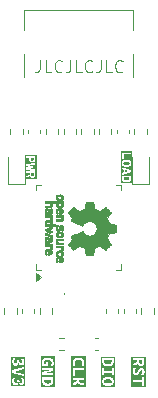
<source format=gto>
G04 EasyEDA Pro v1.9.28, 2023-01-14 19:19:00*
G04 Gerber Generator version 0.3*%TF.GenerationSoftware,KiCad,Pcbnew,8.0.1*%
%TF.CreationDate,2024-08-06T23:31:19+08:00*%
%TF.ProjectId,ST-Link-V2.1,53542d4c-696e-46b2-9d56-322e312e6b69,rev?*%
%TF.SameCoordinates,Original*%
%TF.FileFunction,Legend,Top*%
%TF.FilePolarity,Positive*%
%FSLAX46Y46*%
G04 Gerber Fmt 4.6, Leading zero omitted, Abs format (unit mm)*
G04 Created by KiCad (PCBNEW 8.0.1) date 2024-08-06 23:31:19*
%MOMM*%
%LPD*%
G01*
G04 APERTURE LIST*
%ADD10C,0.100000*%
%ADD11C,0.200000*%
%ADD12C,0.010000*%
%ADD13C,0.120000*%
G04 APERTURE END LIST*
D10*
X55789598Y-37372419D02*
X55789598Y-38086704D01*
X55789598Y-38086704D02*
X55741979Y-38229561D01*
X55741979Y-38229561D02*
X55646741Y-38324800D01*
X55646741Y-38324800D02*
X55503884Y-38372419D01*
X55503884Y-38372419D02*
X55408646Y-38372419D01*
X56741979Y-38372419D02*
X56265789Y-38372419D01*
X56265789Y-38372419D02*
X56265789Y-37372419D01*
X57646741Y-38277180D02*
X57599122Y-38324800D01*
X57599122Y-38324800D02*
X57456265Y-38372419D01*
X57456265Y-38372419D02*
X57361027Y-38372419D01*
X57361027Y-38372419D02*
X57218170Y-38324800D01*
X57218170Y-38324800D02*
X57122932Y-38229561D01*
X57122932Y-38229561D02*
X57075313Y-38134323D01*
X57075313Y-38134323D02*
X57027694Y-37943847D01*
X57027694Y-37943847D02*
X57027694Y-37800990D01*
X57027694Y-37800990D02*
X57075313Y-37610514D01*
X57075313Y-37610514D02*
X57122932Y-37515276D01*
X57122932Y-37515276D02*
X57218170Y-37420038D01*
X57218170Y-37420038D02*
X57361027Y-37372419D01*
X57361027Y-37372419D02*
X57456265Y-37372419D01*
X57456265Y-37372419D02*
X57599122Y-37420038D01*
X57599122Y-37420038D02*
X57646741Y-37467657D01*
X58361027Y-37372419D02*
X58361027Y-38086704D01*
X58361027Y-38086704D02*
X58313408Y-38229561D01*
X58313408Y-38229561D02*
X58218170Y-38324800D01*
X58218170Y-38324800D02*
X58075313Y-38372419D01*
X58075313Y-38372419D02*
X57980075Y-38372419D01*
X59313408Y-38372419D02*
X58837218Y-38372419D01*
X58837218Y-38372419D02*
X58837218Y-37372419D01*
X60218170Y-38277180D02*
X60170551Y-38324800D01*
X60170551Y-38324800D02*
X60027694Y-38372419D01*
X60027694Y-38372419D02*
X59932456Y-38372419D01*
X59932456Y-38372419D02*
X59789599Y-38324800D01*
X59789599Y-38324800D02*
X59694361Y-38229561D01*
X59694361Y-38229561D02*
X59646742Y-38134323D01*
X59646742Y-38134323D02*
X59599123Y-37943847D01*
X59599123Y-37943847D02*
X59599123Y-37800990D01*
X59599123Y-37800990D02*
X59646742Y-37610514D01*
X59646742Y-37610514D02*
X59694361Y-37515276D01*
X59694361Y-37515276D02*
X59789599Y-37420038D01*
X59789599Y-37420038D02*
X59932456Y-37372419D01*
X59932456Y-37372419D02*
X60027694Y-37372419D01*
X60027694Y-37372419D02*
X60170551Y-37420038D01*
X60170551Y-37420038D02*
X60218170Y-37467657D01*
X60932456Y-37372419D02*
X60932456Y-38086704D01*
X60932456Y-38086704D02*
X60884837Y-38229561D01*
X60884837Y-38229561D02*
X60789599Y-38324800D01*
X60789599Y-38324800D02*
X60646742Y-38372419D01*
X60646742Y-38372419D02*
X60551504Y-38372419D01*
X61884837Y-38372419D02*
X61408647Y-38372419D01*
X61408647Y-38372419D02*
X61408647Y-37372419D01*
X62789599Y-38277180D02*
X62741980Y-38324800D01*
X62741980Y-38324800D02*
X62599123Y-38372419D01*
X62599123Y-38372419D02*
X62503885Y-38372419D01*
X62503885Y-38372419D02*
X62361028Y-38324800D01*
X62361028Y-38324800D02*
X62265790Y-38229561D01*
X62265790Y-38229561D02*
X62218171Y-38134323D01*
X62218171Y-38134323D02*
X62170552Y-37943847D01*
X62170552Y-37943847D02*
X62170552Y-37800990D01*
X62170552Y-37800990D02*
X62218171Y-37610514D01*
X62218171Y-37610514D02*
X62265790Y-37515276D01*
X62265790Y-37515276D02*
X62361028Y-37420038D01*
X62361028Y-37420038D02*
X62503885Y-37372419D01*
X62503885Y-37372419D02*
X62599123Y-37372419D01*
X62599123Y-37372419D02*
X62741980Y-37420038D01*
X62741980Y-37420038D02*
X62789599Y-37467657D01*
D11*
G36*
X63373766Y-47333161D02*
G01*
X63373509Y-47346360D01*
X63368558Y-47389250D01*
X63357304Y-47426999D01*
X63336727Y-47463843D01*
X63307919Y-47493970D01*
X63281101Y-47512165D01*
X63244257Y-47528634D01*
X63201429Y-47539979D01*
X63159956Y-47545626D01*
X63114087Y-47547508D01*
X63092778Y-47547038D01*
X63053096Y-47543273D01*
X63011750Y-47534124D01*
X62971022Y-47517393D01*
X62937256Y-47493970D01*
X62929921Y-47487068D01*
X62905313Y-47455262D01*
X62888277Y-47416738D01*
X62879582Y-47377521D01*
X62876683Y-47333161D01*
X62876683Y-47279818D01*
X63373766Y-47279818D01*
X63373766Y-47333161D01*
G37*
G36*
X63321792Y-46736231D02*
G01*
X63321792Y-46746196D01*
X63020494Y-46824787D01*
X63020494Y-46657640D01*
X63321792Y-46736231D01*
G37*
G36*
X63150482Y-45940957D02*
G01*
X63195282Y-45943935D01*
X63247680Y-45951874D01*
X63291694Y-45964350D01*
X63327324Y-45981363D01*
X63360073Y-46009010D01*
X63379722Y-46043745D01*
X63386272Y-46085568D01*
X63383914Y-46111478D01*
X63369504Y-46148998D01*
X63341996Y-46179439D01*
X63301387Y-46202800D01*
X63259469Y-46216392D01*
X63209167Y-46225454D01*
X63165939Y-46229277D01*
X63117995Y-46230551D01*
X63102187Y-46230409D01*
X63057774Y-46228285D01*
X63005583Y-46221489D01*
X62961420Y-46210163D01*
X62917509Y-46189633D01*
X62886144Y-46162024D01*
X62867325Y-46127336D01*
X62861052Y-46085568D01*
X62863310Y-46059623D01*
X62877111Y-46022053D01*
X62903458Y-45991571D01*
X62942350Y-45968178D01*
X62982498Y-45954568D01*
X63030675Y-45945494D01*
X63072077Y-45941666D01*
X63117995Y-45940390D01*
X63150482Y-45940957D01*
G37*
G36*
X63623829Y-47799720D02*
G01*
X62623494Y-47799720D01*
X62623494Y-47134836D01*
X62736000Y-47134836D01*
X62736000Y-47279818D01*
X62736000Y-47333161D01*
X62736367Y-47355713D01*
X62739311Y-47398669D01*
X62745197Y-47438761D01*
X62759545Y-47493531D01*
X62780514Y-47541856D01*
X62808106Y-47583739D01*
X62842320Y-47619177D01*
X62883156Y-47648173D01*
X62930614Y-47670725D01*
X62984694Y-47686834D01*
X63024426Y-47693993D01*
X63067101Y-47698288D01*
X63112720Y-47699720D01*
X63160988Y-47698288D01*
X63206143Y-47693993D01*
X63248183Y-47686834D01*
X63287109Y-47676810D01*
X63339659Y-47656406D01*
X63385203Y-47629559D01*
X63423740Y-47596267D01*
X63455270Y-47556533D01*
X63479794Y-47510355D01*
X63497311Y-47457734D01*
X63505096Y-47419073D01*
X63509767Y-47377549D01*
X63511324Y-47333161D01*
X63511324Y-47261256D01*
X63511324Y-47134836D01*
X62736000Y-47134836D01*
X62623494Y-47134836D01*
X62623494Y-46426922D01*
X62736000Y-46426922D01*
X62736000Y-46583433D01*
X62886062Y-46622575D01*
X62886062Y-46657640D01*
X62886062Y-46859852D01*
X62736000Y-46898995D01*
X62736000Y-47055505D01*
X63511324Y-46830216D01*
X63511324Y-46652212D01*
X62736000Y-46426922D01*
X62623494Y-46426922D01*
X62623494Y-46085568D01*
X62723494Y-46085568D01*
X62726963Y-46138680D01*
X62737370Y-46186568D01*
X62754715Y-46229232D01*
X62778998Y-46266671D01*
X62810220Y-46298887D01*
X62848379Y-46325878D01*
X62893476Y-46347645D01*
X62945511Y-46364188D01*
X62984056Y-46372315D01*
X63025684Y-46378119D01*
X63070395Y-46381602D01*
X63118191Y-46382763D01*
X63167311Y-46381602D01*
X63213262Y-46378119D01*
X63256044Y-46372315D01*
X63295658Y-46364188D01*
X63349135Y-46347645D01*
X63395483Y-46325878D01*
X63434700Y-46298887D01*
X63466786Y-46266671D01*
X63491743Y-46229232D01*
X63509568Y-46186568D01*
X63520264Y-46138680D01*
X63523829Y-46085568D01*
X63520264Y-46032421D01*
X63509568Y-45984502D01*
X63491743Y-45941810D01*
X63466786Y-45904346D01*
X63434700Y-45872110D01*
X63395483Y-45845100D01*
X63349135Y-45823319D01*
X63295658Y-45806765D01*
X63256044Y-45798633D01*
X63213262Y-45792825D01*
X63167311Y-45789340D01*
X63118191Y-45788178D01*
X63070395Y-45789340D01*
X63025684Y-45792825D01*
X62984056Y-45798633D01*
X62945511Y-45806765D01*
X62893476Y-45823319D01*
X62848379Y-45845100D01*
X62810220Y-45872110D01*
X62778998Y-45904346D01*
X62754715Y-45941810D01*
X62737370Y-45984502D01*
X62726963Y-46032421D01*
X62723494Y-46085568D01*
X62623494Y-46085568D01*
X62623494Y-45178548D01*
X62736000Y-45178548D01*
X62736000Y-45713928D01*
X62870431Y-45713928D01*
X62870431Y-45323726D01*
X63511324Y-45323726D01*
X63511324Y-45178548D01*
X62870431Y-45178548D01*
X62736000Y-45178548D01*
X62623494Y-45178548D01*
X62623494Y-45078548D01*
X63623829Y-45078548D01*
X63623829Y-47799720D01*
G37*
G36*
X55276893Y-47056552D02*
G01*
X55276781Y-47062790D01*
X55269761Y-47101493D01*
X55248365Y-47135101D01*
X55244706Y-47138508D01*
X55208729Y-47157852D01*
X55167472Y-47163237D01*
X55161089Y-47163128D01*
X55121408Y-47156203D01*
X55086774Y-47135101D01*
X55083296Y-47131519D01*
X55063549Y-47096495D01*
X55058051Y-47056552D01*
X55058051Y-46924075D01*
X55276893Y-46924075D01*
X55276893Y-47056552D01*
G37*
G36*
X55276893Y-45717711D02*
G01*
X55274095Y-45755576D01*
X55263078Y-45794846D01*
X55241526Y-45828890D01*
X55219378Y-45847875D01*
X55182490Y-45863523D01*
X55141289Y-45868164D01*
X55104902Y-45865058D01*
X55066978Y-45852823D01*
X55033822Y-45828890D01*
X55012018Y-45798033D01*
X54999265Y-45759465D01*
X54995525Y-45717711D01*
X54995525Y-45623726D01*
X55276893Y-45623726D01*
X55276893Y-45717711D01*
G37*
G36*
X55511324Y-47448471D02*
G01*
X54536000Y-47448471D01*
X54536000Y-46779092D01*
X54636000Y-46779092D01*
X54636000Y-46924075D01*
X54923620Y-46924075D01*
X54923620Y-47056552D01*
X54923794Y-47060599D01*
X54636000Y-47175352D01*
X54636000Y-47348471D01*
X54956588Y-47203010D01*
X54964407Y-47218225D01*
X54990445Y-47250969D01*
X55017466Y-47274344D01*
X55053767Y-47295501D01*
X55095210Y-47310076D01*
X55134825Y-47317330D01*
X55178219Y-47319748D01*
X55205360Y-47318674D01*
X55249008Y-47311621D01*
X55287757Y-47297986D01*
X55321606Y-47277769D01*
X55350556Y-47250969D01*
X55371208Y-47223238D01*
X55389901Y-47185797D01*
X55402779Y-47142877D01*
X55409188Y-47101727D01*
X55411324Y-47056552D01*
X55411324Y-46905512D01*
X55411324Y-46779092D01*
X54636000Y-46779092D01*
X54536000Y-46779092D01*
X54536000Y-46630006D01*
X54636000Y-46630006D01*
X55411324Y-46713635D01*
X55411324Y-46570607D01*
X54764178Y-46522930D01*
X54764178Y-46507494D01*
X55215734Y-46450244D01*
X55215734Y-46321674D01*
X54764178Y-46263447D01*
X54764178Y-46248011D01*
X55411324Y-46200334D01*
X55411324Y-46057306D01*
X54636000Y-46140935D01*
X54636000Y-46338283D01*
X55065672Y-46382247D01*
X55065672Y-46388695D01*
X54636000Y-46432658D01*
X54636000Y-46630006D01*
X54536000Y-46630006D01*
X54536000Y-45478548D01*
X54636000Y-45478548D01*
X54636000Y-45623726D01*
X54861094Y-45623726D01*
X54861094Y-45717711D01*
X54862278Y-45753355D01*
X54867091Y-45794982D01*
X54875605Y-45833356D01*
X54890708Y-45875110D01*
X54911142Y-45912179D01*
X54936907Y-45944563D01*
X54951668Y-45958915D01*
X54984466Y-45983384D01*
X55021634Y-46002206D01*
X55063171Y-46015381D01*
X55109076Y-46022910D01*
X55150668Y-46024870D01*
X55195298Y-46022047D01*
X55235985Y-46013577D01*
X55272729Y-45999461D01*
X55310614Y-45975855D01*
X55343131Y-45944563D01*
X55359114Y-45923494D01*
X55379092Y-45887987D01*
X55394276Y-45847794D01*
X55404665Y-45802917D01*
X55409659Y-45761940D01*
X55411324Y-45717711D01*
X55411324Y-45612588D01*
X55411324Y-45478548D01*
X54636000Y-45478548D01*
X54536000Y-45478548D01*
X54536000Y-45378548D01*
X55511324Y-45378548D01*
X55511324Y-47448471D01*
G37*
G36*
X64471116Y-62931332D02*
G01*
X64470977Y-62939129D01*
X64462201Y-62987508D01*
X64435457Y-63029518D01*
X64430883Y-63033777D01*
X64385912Y-63057957D01*
X64334340Y-63064689D01*
X64326361Y-63064552D01*
X64276760Y-63055896D01*
X64233468Y-63029518D01*
X64229120Y-63025041D01*
X64204436Y-62981261D01*
X64197564Y-62931332D01*
X64197564Y-62765736D01*
X64471116Y-62765736D01*
X64471116Y-62931332D01*
G37*
G36*
X64765898Y-65031557D02*
G01*
X63543257Y-65031557D01*
X63543257Y-64642254D01*
X63670000Y-64642254D01*
X64471116Y-64642254D01*
X64471116Y-64920446D01*
X64639155Y-64920446D01*
X64639155Y-64182588D01*
X64471116Y-64182588D01*
X64471116Y-64460781D01*
X63670000Y-64460781D01*
X63670000Y-64642254D01*
X63543257Y-64642254D01*
X63543257Y-63698255D01*
X63654368Y-63698255D01*
X63654436Y-63708955D01*
X63656832Y-63760136D01*
X63664225Y-63816453D01*
X63676547Y-63867206D01*
X63697152Y-63919385D01*
X63724466Y-63963991D01*
X63733489Y-63975319D01*
X63774202Y-64013322D01*
X63822302Y-64039631D01*
X63870451Y-64053060D01*
X63924256Y-64057536D01*
X63939462Y-64057042D01*
X63988845Y-64048265D01*
X64036224Y-64028516D01*
X64077152Y-64001360D01*
X64115859Y-63966170D01*
X64147897Y-63928629D01*
X64177706Y-63885196D01*
X64201960Y-63842358D01*
X64269616Y-63710467D01*
X64287808Y-63680345D01*
X64321639Y-63642812D01*
X64334412Y-63633580D01*
X64382700Y-63619120D01*
X64415925Y-63623860D01*
X64456950Y-63652826D01*
X64477151Y-63696151D01*
X64482840Y-63746859D01*
X64476734Y-63792411D01*
X64458415Y-63839672D01*
X64450276Y-63854690D01*
X64422093Y-63896551D01*
X64388806Y-63935170D01*
X64532177Y-64060223D01*
X64539516Y-64052335D01*
X64572923Y-64010752D01*
X64600844Y-63965591D01*
X64623279Y-63916852D01*
X64630664Y-63896557D01*
X64644818Y-63844551D01*
X64652294Y-63796195D01*
X64654787Y-63746371D01*
X64653695Y-63708815D01*
X64647965Y-63656588D01*
X64635072Y-63601886D01*
X64615494Y-63553892D01*
X64584933Y-63507257D01*
X64575976Y-63497024D01*
X64535646Y-63462692D01*
X64488110Y-63438924D01*
X64440606Y-63426793D01*
X64387585Y-63422749D01*
X64359726Y-63424138D01*
X64311503Y-63433642D01*
X64265754Y-63452148D01*
X64222477Y-63479658D01*
X64182330Y-63515477D01*
X64149823Y-63553479D01*
X64120307Y-63597283D01*
X64096936Y-63640369D01*
X64029281Y-63780565D01*
X64011479Y-63811875D01*
X63975198Y-63847659D01*
X63927676Y-63860921D01*
X63891695Y-63854471D01*
X63852449Y-63821842D01*
X63844920Y-63808789D01*
X63829990Y-63759541D01*
X63826315Y-63709246D01*
X63827667Y-63672774D01*
X63833678Y-63621380D01*
X63843412Y-63571493D01*
X63844495Y-63566836D01*
X63858295Y-63515451D01*
X63873847Y-63468486D01*
X63892260Y-63421284D01*
X63707613Y-63396615D01*
X63692987Y-63436834D01*
X63679433Y-63484766D01*
X63668534Y-63536566D01*
X63666819Y-63546385D01*
X63659902Y-63596055D01*
X63655751Y-63646678D01*
X63654368Y-63698255D01*
X63543257Y-63698255D01*
X63543257Y-62584508D01*
X63670000Y-62584508D01*
X63670000Y-62765736D01*
X64029525Y-62765736D01*
X64029525Y-62931332D01*
X64029742Y-62936391D01*
X63670000Y-63079832D01*
X63670000Y-63296231D01*
X64070735Y-63114406D01*
X64080508Y-63133423D01*
X64113056Y-63174354D01*
X64146833Y-63203572D01*
X64192209Y-63230018D01*
X64244012Y-63248237D01*
X64293531Y-63257305D01*
X64347773Y-63260327D01*
X64381700Y-63258984D01*
X64436260Y-63250169D01*
X64484696Y-63233125D01*
X64527008Y-63207853D01*
X64563196Y-63174354D01*
X64589010Y-63139690D01*
X64612376Y-63092888D01*
X64628473Y-63039238D01*
X64636485Y-62987801D01*
X64639155Y-62931332D01*
X64639155Y-62742533D01*
X64639155Y-62584508D01*
X63670000Y-62584508D01*
X63543257Y-62584508D01*
X63543257Y-62473397D01*
X64765898Y-62473397D01*
X64765898Y-65031557D01*
G37*
G36*
X61588103Y-64370876D02*
G01*
X61644103Y-64374597D01*
X61709600Y-64384522D01*
X61764617Y-64400117D01*
X61809155Y-64421383D01*
X61850091Y-64455941D01*
X61874653Y-64499360D01*
X61882840Y-64551639D01*
X61879892Y-64584027D01*
X61861881Y-64630927D01*
X61827495Y-64668978D01*
X61776734Y-64698179D01*
X61724337Y-64715170D01*
X61661459Y-64726496D01*
X61607424Y-64731275D01*
X61547494Y-64732868D01*
X61527734Y-64732691D01*
X61472218Y-64730036D01*
X61406978Y-64721541D01*
X61351776Y-64707382D01*
X61296887Y-64681720D01*
X61257680Y-64647209D01*
X61234156Y-64603849D01*
X61226315Y-64551639D01*
X61229138Y-64519208D01*
X61246389Y-64472245D01*
X61279322Y-64434143D01*
X61327938Y-64404902D01*
X61378122Y-64387889D01*
X61438343Y-64376547D01*
X61490096Y-64371762D01*
X61547494Y-64370167D01*
X61588103Y-64370876D01*
G37*
G36*
X61867208Y-62832414D02*
G01*
X61866887Y-62848913D01*
X61860697Y-62902526D01*
X61846631Y-62949712D01*
X61820909Y-62995767D01*
X61784898Y-63033426D01*
X61751376Y-63056169D01*
X61705321Y-63076756D01*
X61651786Y-63090937D01*
X61599945Y-63097996D01*
X61542609Y-63100348D01*
X61515973Y-63099760D01*
X61466371Y-63095055D01*
X61414687Y-63083618D01*
X61363778Y-63062704D01*
X61321570Y-63033426D01*
X61312401Y-63024798D01*
X61281642Y-62985040D01*
X61260347Y-62936886D01*
X61249477Y-62887864D01*
X61245854Y-62832414D01*
X61245854Y-62765736D01*
X61867208Y-62765736D01*
X61867208Y-62832414D01*
G37*
G36*
X62165898Y-65034244D02*
G01*
X60943257Y-65034244D01*
X60943257Y-64551639D01*
X61054368Y-64551639D01*
X61058704Y-64618029D01*
X61071713Y-64677889D01*
X61093394Y-64731219D01*
X61123748Y-64778018D01*
X61162775Y-64818287D01*
X61210473Y-64852027D01*
X61266845Y-64879236D01*
X61331889Y-64899914D01*
X61380070Y-64910072D01*
X61432105Y-64917328D01*
X61487994Y-64921682D01*
X61547739Y-64923133D01*
X61609139Y-64921682D01*
X61666578Y-64917328D01*
X61720056Y-64910072D01*
X61769572Y-64899914D01*
X61836419Y-64879236D01*
X61894353Y-64852027D01*
X61943375Y-64818287D01*
X61983483Y-64778018D01*
X62014678Y-64731219D01*
X62036961Y-64677889D01*
X62050330Y-64618029D01*
X62054787Y-64551639D01*
X62050330Y-64485206D01*
X62036961Y-64425307D01*
X62014678Y-64371942D01*
X61983483Y-64325112D01*
X61943375Y-64284816D01*
X61894353Y-64251055D01*
X61836419Y-64223828D01*
X61769572Y-64203135D01*
X61720056Y-64192971D01*
X61666578Y-64185710D01*
X61609139Y-64181354D01*
X61547739Y-64179902D01*
X61487994Y-64181354D01*
X61432105Y-64185710D01*
X61380070Y-64192971D01*
X61331889Y-64203135D01*
X61266845Y-64223828D01*
X61210473Y-64251055D01*
X61162775Y-64284816D01*
X61123748Y-64325112D01*
X61093394Y-64371942D01*
X61071713Y-64425307D01*
X61058704Y-64485206D01*
X61054368Y-64551639D01*
X60943257Y-64551639D01*
X60943257Y-63423482D01*
X61070000Y-63423482D01*
X61070000Y-64040195D01*
X61234131Y-64040195D01*
X61234131Y-63821842D01*
X61875024Y-63821842D01*
X61875024Y-64040195D01*
X62039155Y-64040195D01*
X62039155Y-63423482D01*
X61875024Y-63423482D01*
X61875024Y-63640369D01*
X61234131Y-63640369D01*
X61234131Y-63423482D01*
X61070000Y-63423482D01*
X60943257Y-63423482D01*
X60943257Y-62584508D01*
X61070000Y-62584508D01*
X61070000Y-62765736D01*
X61070000Y-62832414D01*
X61070459Y-62860604D01*
X61074138Y-62914299D01*
X61081496Y-62964415D01*
X61099431Y-63032876D01*
X61125643Y-63093284D01*
X61160133Y-63145636D01*
X61202900Y-63189935D01*
X61253945Y-63226179D01*
X61313267Y-63254369D01*
X61380867Y-63274505D01*
X61430532Y-63283454D01*
X61483877Y-63288824D01*
X61540900Y-63290614D01*
X61601235Y-63288824D01*
X61657678Y-63283454D01*
X61710229Y-63274505D01*
X61758886Y-63261976D01*
X61824574Y-63236471D01*
X61881504Y-63202911D01*
X61929675Y-63161298D01*
X61969088Y-63111629D01*
X61999742Y-63053907D01*
X62021638Y-62988130D01*
X62031370Y-62939805D01*
X62037209Y-62887899D01*
X62039155Y-62832414D01*
X62039155Y-62742533D01*
X62039155Y-62584508D01*
X61070000Y-62584508D01*
X60943257Y-62584508D01*
X60943257Y-62473397D01*
X62165898Y-62473397D01*
X62165898Y-65034244D01*
G37*
G36*
X59665898Y-65060378D02*
G01*
X58443257Y-65060378D01*
X58443257Y-64230704D01*
X58570000Y-64230704D01*
X58570000Y-64412177D01*
X58888295Y-64412177D01*
X58888951Y-64418928D01*
X58899555Y-64472588D01*
X58915278Y-64523420D01*
X58931900Y-64561705D01*
X58570000Y-64725296D01*
X58570000Y-64949267D01*
X59040349Y-64714205D01*
X59043781Y-64717838D01*
X59082421Y-64751674D01*
X59105960Y-64769619D01*
X59149063Y-64798339D01*
X59194597Y-64823648D01*
X59242562Y-64845543D01*
X59292958Y-64864026D01*
X59322611Y-64873071D01*
X59375274Y-64885997D01*
X59428920Y-64895230D01*
X59483546Y-64900770D01*
X59539155Y-64902616D01*
X59539155Y-64718457D01*
X59511128Y-64717909D01*
X59461370Y-64714156D01*
X59412502Y-64706849D01*
X59364521Y-64695987D01*
X59354054Y-64693114D01*
X59303694Y-64675917D01*
X59256624Y-64653997D01*
X59212847Y-64627355D01*
X59204558Y-64621458D01*
X59166318Y-64589081D01*
X59133422Y-64551887D01*
X59105868Y-64509874D01*
X59096595Y-64491693D01*
X59078820Y-64442635D01*
X59072931Y-64412177D01*
X59539155Y-64412177D01*
X59539155Y-64230704D01*
X58570000Y-64230704D01*
X58443257Y-64230704D01*
X58443257Y-63417864D01*
X58570000Y-63417864D01*
X58570000Y-64087090D01*
X58738039Y-64087090D01*
X58738039Y-63599337D01*
X59539155Y-63599337D01*
X59539155Y-63417864D01*
X58738039Y-63417864D01*
X58570000Y-63417864D01*
X58443257Y-63417864D01*
X58443257Y-63013886D01*
X58554368Y-63013886D01*
X58555093Y-63046665D01*
X58559851Y-63103090D01*
X58569051Y-63158323D01*
X58582692Y-63212364D01*
X58600774Y-63265212D01*
X58767348Y-63233705D01*
X58749396Y-63185055D01*
X58736573Y-63136069D01*
X58728879Y-63086747D01*
X58726315Y-63037090D01*
X58729269Y-62983707D01*
X58742397Y-62920698D01*
X58766027Y-62867024D01*
X58800160Y-62822684D01*
X58844796Y-62787679D01*
X58899933Y-62762009D01*
X58948179Y-62748882D01*
X59002332Y-62741006D01*
X59062393Y-62738381D01*
X59099701Y-62739491D01*
X59151542Y-62745321D01*
X59205771Y-62758440D01*
X59253269Y-62778360D01*
X59299309Y-62809455D01*
X59304448Y-62813943D01*
X59339687Y-62853163D01*
X59364486Y-62898276D01*
X59378843Y-62949281D01*
X59382840Y-62998743D01*
X59382819Y-63002216D01*
X59377588Y-63052416D01*
X59361835Y-63102058D01*
X59338508Y-63143181D01*
X59302728Y-63180704D01*
X59434863Y-63282309D01*
X59468289Y-63254765D01*
X59499052Y-63216202D01*
X59523524Y-63168981D01*
X59530851Y-63149949D01*
X59544895Y-63099330D01*
X59552314Y-63050062D01*
X59554787Y-62997278D01*
X59553638Y-62957834D01*
X59548534Y-62907908D01*
X59536411Y-62849782D01*
X59517908Y-62796415D01*
X59493025Y-62747806D01*
X59461761Y-62703955D01*
X59424117Y-62664863D01*
X59415860Y-62657636D01*
X59371438Y-62624938D01*
X59321779Y-62597977D01*
X59266885Y-62576753D01*
X59219201Y-62563903D01*
X59168165Y-62554725D01*
X59113779Y-62549218D01*
X59056043Y-62547383D01*
X58995293Y-62549205D01*
X58938463Y-62554672D01*
X58885552Y-62563783D01*
X58836560Y-62576539D01*
X58770421Y-62602507D01*
X58713101Y-62636674D01*
X58664599Y-62679042D01*
X58624916Y-62729611D01*
X58594051Y-62788379D01*
X58572005Y-62855348D01*
X58562207Y-62904550D01*
X58556328Y-62957396D01*
X58554368Y-63013886D01*
X58443257Y-63013886D01*
X58443257Y-62436272D01*
X59665898Y-62436272D01*
X59665898Y-65060378D01*
G37*
G36*
X54565898Y-64979289D02*
G01*
X53343257Y-64979289D01*
X53343257Y-64492533D01*
X53454368Y-64492533D01*
X53454646Y-64514625D01*
X53457769Y-64567085D01*
X53466098Y-64624810D01*
X53479425Y-64676834D01*
X53497748Y-64723156D01*
X53525443Y-64769993D01*
X53539322Y-64787539D01*
X53575646Y-64821770D01*
X53623914Y-64849385D01*
X53672060Y-64863480D01*
X53725722Y-64868178D01*
X53758665Y-64866240D01*
X53812042Y-64852985D01*
X53857806Y-64827171D01*
X53895959Y-64788799D01*
X53903359Y-64778691D01*
X53928302Y-64734536D01*
X53945796Y-64684428D01*
X53954992Y-64635700D01*
X53955955Y-64621004D01*
X53979246Y-64621004D01*
X53988509Y-64651597D01*
X54010321Y-64701975D01*
X54038741Y-64746325D01*
X54073768Y-64784647D01*
X54091189Y-64799416D01*
X54133206Y-64825447D01*
X54184468Y-64842677D01*
X54234724Y-64847662D01*
X54266586Y-64845813D01*
X54317958Y-64833169D01*
X54361641Y-64808547D01*
X54397634Y-64771946D01*
X54407848Y-64757233D01*
X54430173Y-64712499D01*
X54445354Y-64659765D01*
X54452777Y-64607062D01*
X54454787Y-64557013D01*
X54453791Y-64518049D01*
X54449364Y-64468262D01*
X54440150Y-64415207D01*
X54426454Y-64365282D01*
X54416736Y-64338975D01*
X54394885Y-64294056D01*
X54367431Y-64252267D01*
X54334375Y-64213607D01*
X54192958Y-64308374D01*
X54216342Y-64342162D01*
X54240147Y-64384928D01*
X54260125Y-64433426D01*
X54266669Y-64453766D01*
X54278492Y-64504137D01*
X54282840Y-64554326D01*
X54280765Y-64583621D01*
X54261591Y-64630774D01*
X54249852Y-64642101D01*
X54201263Y-64656664D01*
X54171106Y-64652680D01*
X54126036Y-64628332D01*
X54123954Y-64626545D01*
X54091483Y-64586609D01*
X54068883Y-64540160D01*
X54065965Y-64532508D01*
X54051488Y-64485376D01*
X54040630Y-64435116D01*
X54032735Y-64383845D01*
X53873489Y-64400453D01*
X53873489Y-64422435D01*
X53872542Y-64461468D01*
X53868150Y-64510203D01*
X53858346Y-64560432D01*
X53842524Y-64605205D01*
X53814626Y-64647383D01*
X53793560Y-64664347D01*
X53744528Y-64677180D01*
X53741027Y-64677132D01*
X53691751Y-64663118D01*
X53657090Y-64627355D01*
X53639568Y-64588280D01*
X53629320Y-64539566D01*
X53626315Y-64486915D01*
X53627124Y-64446798D01*
X53630878Y-64397420D01*
X53639260Y-64347697D01*
X53651127Y-64298255D01*
X53663928Y-64247801D01*
X53487096Y-64230704D01*
X53482590Y-64246950D01*
X53471557Y-64296371D01*
X53463405Y-64347452D01*
X53458639Y-64389956D01*
X53455436Y-64439686D01*
X53454368Y-64492533D01*
X53343257Y-64492533D01*
X53343257Y-63872644D01*
X53470000Y-63872644D01*
X54439155Y-64124703D01*
X54439155Y-63937124D01*
X53631688Y-63738066D01*
X53631688Y-63725610D01*
X54439155Y-63526552D01*
X54439155Y-63338974D01*
X53470000Y-63591032D01*
X53470000Y-63872644D01*
X53343257Y-63872644D01*
X53343257Y-62853175D01*
X53454368Y-62853175D01*
X53454646Y-62875267D01*
X53457769Y-62927727D01*
X53466098Y-62985452D01*
X53479425Y-63037476D01*
X53497748Y-63083798D01*
X53525443Y-63130635D01*
X53539322Y-63148181D01*
X53575646Y-63182412D01*
X53623914Y-63210027D01*
X53672060Y-63224122D01*
X53725722Y-63228820D01*
X53758665Y-63226882D01*
X53812042Y-63213627D01*
X53857806Y-63187813D01*
X53895959Y-63149441D01*
X53903359Y-63139333D01*
X53928302Y-63095178D01*
X53945796Y-63045070D01*
X53954992Y-62996342D01*
X53955955Y-62981646D01*
X53979246Y-62981646D01*
X53988509Y-63012239D01*
X54010321Y-63062617D01*
X54038741Y-63106967D01*
X54073768Y-63145289D01*
X54091189Y-63160058D01*
X54133206Y-63186089D01*
X54184468Y-63203319D01*
X54234724Y-63208304D01*
X54266586Y-63206455D01*
X54317958Y-63193811D01*
X54361641Y-63169189D01*
X54397634Y-63132588D01*
X54407848Y-63117875D01*
X54430173Y-63073141D01*
X54445354Y-63020407D01*
X54452777Y-62967704D01*
X54454787Y-62917655D01*
X54453791Y-62878691D01*
X54449364Y-62828904D01*
X54440150Y-62775849D01*
X54426454Y-62725924D01*
X54416736Y-62699617D01*
X54394885Y-62654698D01*
X54367431Y-62612909D01*
X54334375Y-62574249D01*
X54192958Y-62669016D01*
X54216342Y-62702804D01*
X54240147Y-62745570D01*
X54260125Y-62794068D01*
X54266669Y-62814408D01*
X54278492Y-62864779D01*
X54282840Y-62914968D01*
X54280765Y-62944263D01*
X54261591Y-62991416D01*
X54249852Y-63002743D01*
X54201263Y-63017306D01*
X54171106Y-63013322D01*
X54126036Y-62988974D01*
X54123954Y-62987187D01*
X54091483Y-62947251D01*
X54068883Y-62900802D01*
X54065965Y-62893150D01*
X54051488Y-62846018D01*
X54040630Y-62795758D01*
X54032735Y-62744487D01*
X53873489Y-62761095D01*
X53873489Y-62783077D01*
X53872542Y-62822110D01*
X53868150Y-62870845D01*
X53858346Y-62921074D01*
X53842524Y-62965847D01*
X53814626Y-63008025D01*
X53793560Y-63024989D01*
X53744528Y-63037822D01*
X53741027Y-63037774D01*
X53691751Y-63023760D01*
X53657090Y-62987997D01*
X53639568Y-62948922D01*
X53629320Y-62900208D01*
X53626315Y-62847557D01*
X53627124Y-62807440D01*
X53630878Y-62758062D01*
X53639260Y-62708339D01*
X53651127Y-62658897D01*
X53663928Y-62608443D01*
X53487096Y-62591346D01*
X53482590Y-62607592D01*
X53471557Y-62657013D01*
X53463405Y-62708094D01*
X53458639Y-62750598D01*
X53455436Y-62800328D01*
X53454368Y-62853175D01*
X53343257Y-62853175D01*
X53343257Y-62463138D01*
X54565898Y-62463138D01*
X54565898Y-64979289D01*
G37*
G36*
X56767208Y-64471772D02*
G01*
X56766887Y-64488271D01*
X56760697Y-64541884D01*
X56746631Y-64589070D01*
X56720909Y-64635125D01*
X56684898Y-64672784D01*
X56651376Y-64695527D01*
X56605321Y-64716114D01*
X56551786Y-64730295D01*
X56499945Y-64737354D01*
X56442609Y-64739706D01*
X56415973Y-64739118D01*
X56366371Y-64734413D01*
X56314687Y-64722976D01*
X56263778Y-64702062D01*
X56221570Y-64672784D01*
X56212401Y-64664156D01*
X56181642Y-64624398D01*
X56160347Y-64576244D01*
X56149477Y-64527222D01*
X56145854Y-64471772D01*
X56145854Y-64405094D01*
X56767208Y-64405094D01*
X56767208Y-64471772D01*
G37*
G36*
X57065898Y-65041083D02*
G01*
X55843257Y-65041083D01*
X55843257Y-64223866D01*
X55970000Y-64223866D01*
X55970000Y-64405094D01*
X55970000Y-64471772D01*
X55970459Y-64499962D01*
X55974138Y-64553657D01*
X55981496Y-64603773D01*
X55999431Y-64672234D01*
X56025643Y-64732641D01*
X56060133Y-64784994D01*
X56102900Y-64829293D01*
X56153945Y-64865537D01*
X56213267Y-64893727D01*
X56280867Y-64913863D01*
X56330532Y-64922812D01*
X56383877Y-64928182D01*
X56440900Y-64929972D01*
X56501235Y-64928182D01*
X56557678Y-64922812D01*
X56610229Y-64913863D01*
X56658886Y-64901334D01*
X56724574Y-64875829D01*
X56781504Y-64842269D01*
X56829675Y-64800655D01*
X56869088Y-64750987D01*
X56899742Y-64693265D01*
X56921638Y-64627488D01*
X56931370Y-64579163D01*
X56937209Y-64527257D01*
X56939155Y-64471772D01*
X56939155Y-64381891D01*
X56939155Y-64223866D01*
X55970000Y-64223866D01*
X55843257Y-64223866D01*
X55843257Y-63409560D01*
X55970000Y-63409560D01*
X55970000Y-63584193D01*
X56727641Y-63584193D01*
X56727641Y-63609595D01*
X55970000Y-63781297D01*
X55970000Y-63900244D01*
X55970000Y-64054117D01*
X56939155Y-64054117D01*
X56939155Y-63879483D01*
X56181514Y-63879483D01*
X56181514Y-63854082D01*
X56939155Y-63682379D01*
X56939155Y-63534612D01*
X56939155Y-63409560D01*
X55970000Y-63409560D01*
X55843257Y-63409560D01*
X55843257Y-62982135D01*
X55954368Y-62982135D01*
X55954507Y-63000127D01*
X55956600Y-63051836D01*
X55961872Y-63105302D01*
X55970244Y-63154570D01*
X55972231Y-63163856D01*
X55982993Y-63212079D01*
X55995401Y-63260327D01*
X56466301Y-63260327D01*
X56466301Y-63080565D01*
X56466301Y-62919120D01*
X56298262Y-62919120D01*
X56298262Y-63080565D01*
X56132891Y-63080565D01*
X56128411Y-63049189D01*
X56126315Y-62998743D01*
X56126643Y-62981941D01*
X56132961Y-62927296D01*
X56147320Y-62879125D01*
X56173576Y-62832002D01*
X56210334Y-62793335D01*
X56215668Y-62789113D01*
X56257595Y-62763309D01*
X56307564Y-62744073D01*
X56356794Y-62732813D01*
X56411932Y-62726379D01*
X56462393Y-62724703D01*
X56499591Y-62725771D01*
X56551308Y-62731381D01*
X56605459Y-62744004D01*
X56652948Y-62763171D01*
X56699064Y-62793091D01*
X56704219Y-62797419D01*
X56739561Y-62835925D01*
X56764432Y-62881332D01*
X56778831Y-62933638D01*
X56782840Y-62985066D01*
X56782747Y-62991907D01*
X56776153Y-63041387D01*
X56759148Y-63087648D01*
X56730938Y-63131428D01*
X56693691Y-63167027D01*
X56826071Y-63281088D01*
X56865067Y-63247326D01*
X56897425Y-63205484D01*
X56921081Y-63160432D01*
X56932536Y-63130459D01*
X56945274Y-63081635D01*
X56952680Y-63028175D01*
X56954787Y-62976762D01*
X56953638Y-62938029D01*
X56948534Y-62888984D01*
X56936411Y-62831853D01*
X56917908Y-62779361D01*
X56893025Y-62731508D01*
X56861761Y-62688295D01*
X56824117Y-62649720D01*
X56815860Y-62642583D01*
X56771438Y-62610293D01*
X56721779Y-62583669D01*
X56666885Y-62562709D01*
X56619201Y-62550020D01*
X56568165Y-62540956D01*
X56513779Y-62535518D01*
X56456043Y-62533705D01*
X56440488Y-62533814D01*
X56380715Y-62536442D01*
X56324858Y-62542573D01*
X56272916Y-62552207D01*
X56224890Y-62565345D01*
X56170364Y-62586693D01*
X56121955Y-62613516D01*
X56079665Y-62645812D01*
X56050298Y-62675591D01*
X56019096Y-62717741D01*
X55994013Y-62765365D01*
X55975047Y-62818462D01*
X55962199Y-62877034D01*
X55956326Y-62927833D01*
X55954368Y-62982135D01*
X55843257Y-62982135D01*
X55843257Y-62422594D01*
X57065898Y-62422594D01*
X57065898Y-65041083D01*
G37*
D12*
%TO.C,REF\u002A\u002A*%
X57741386Y-53140347D02*
X57739744Y-53181869D01*
X57733913Y-53203291D01*
X57722539Y-53209502D01*
X57722202Y-53209505D01*
X57710287Y-53212439D01*
X57711841Y-53225704D01*
X57720437Y-53244084D01*
X57736432Y-53282046D01*
X57746055Y-53312872D01*
X57748522Y-53352536D01*
X57741970Y-53399460D01*
X57728755Y-53442711D01*
X57712059Y-53470558D01*
X57698855Y-53479629D01*
X57683203Y-53477132D01*
X57658615Y-53460931D01*
X57641200Y-53447232D01*
X57609717Y-53418992D01*
X57596471Y-53397775D01*
X57597336Y-53379688D01*
X57610990Y-53326035D01*
X57610370Y-53286630D01*
X57594896Y-53254632D01*
X57585839Y-53243890D01*
X57553973Y-53209505D01*
X57137821Y-53209505D01*
X57137821Y-53071188D01*
X57741386Y-53071188D01*
X57741386Y-53140347D01*
G36*
X57741386Y-53140347D02*
G01*
X57739744Y-53181869D01*
X57733913Y-53203291D01*
X57722539Y-53209502D01*
X57722202Y-53209505D01*
X57710287Y-53212439D01*
X57711841Y-53225704D01*
X57720437Y-53244084D01*
X57736432Y-53282046D01*
X57746055Y-53312872D01*
X57748522Y-53352536D01*
X57741970Y-53399460D01*
X57728755Y-53442711D01*
X57712059Y-53470558D01*
X57698855Y-53479629D01*
X57683203Y-53477132D01*
X57658615Y-53460931D01*
X57641200Y-53447232D01*
X57609717Y-53418992D01*
X57596471Y-53397775D01*
X57597336Y-53379688D01*
X57610990Y-53326035D01*
X57610370Y-53286630D01*
X57594896Y-53254632D01*
X57585839Y-53243890D01*
X57553973Y-53209505D01*
X57137821Y-53209505D01*
X57137821Y-53071188D01*
X57741386Y-53071188D01*
X57741386Y-53140347D01*
G37*
X56798317Y-52989456D02*
X56797275Y-53029333D01*
X56792642Y-53050107D01*
X56782151Y-53057789D01*
X56772255Y-53058614D01*
X56746194Y-53058614D01*
X56772255Y-53091745D01*
X56790035Y-53129735D01*
X56798826Y-53180770D01*
X56798514Y-53235255D01*
X56788985Y-53283595D01*
X56774875Y-53311114D01*
X56751432Y-53340064D01*
X56699429Y-53298876D01*
X56667936Y-53273482D01*
X56652572Y-53256238D01*
X56650224Y-53239102D01*
X56657783Y-53214027D01*
X56662059Y-53202257D01*
X56668369Y-53154270D01*
X56654844Y-53110324D01*
X56624290Y-53078060D01*
X56614548Y-53072819D01*
X56588742Y-53067112D01*
X56541183Y-53062706D01*
X56475242Y-53059811D01*
X56394290Y-53058631D01*
X56382774Y-53058614D01*
X56182178Y-53058614D01*
X56182178Y-52920297D01*
X56798317Y-52920297D01*
X56798317Y-52989456D01*
G36*
X56798317Y-52989456D02*
G01*
X56797275Y-53029333D01*
X56792642Y-53050107D01*
X56782151Y-53057789D01*
X56772255Y-53058614D01*
X56746194Y-53058614D01*
X56772255Y-53091745D01*
X56790035Y-53129735D01*
X56798826Y-53180770D01*
X56798514Y-53235255D01*
X56788985Y-53283595D01*
X56774875Y-53311114D01*
X56751432Y-53340064D01*
X56699429Y-53298876D01*
X56667936Y-53273482D01*
X56652572Y-53256238D01*
X56650224Y-53239102D01*
X56657783Y-53214027D01*
X56662059Y-53202257D01*
X56668369Y-53154270D01*
X56654844Y-53110324D01*
X56624290Y-53078060D01*
X56614548Y-53072819D01*
X56588742Y-53067112D01*
X56541183Y-53062706D01*
X56475242Y-53059811D01*
X56394290Y-53058631D01*
X56382774Y-53058614D01*
X56182178Y-53058614D01*
X56182178Y-52920297D01*
X56798317Y-52920297D01*
X56798317Y-52989456D01*
G37*
X56798317Y-50568911D02*
X56796980Y-50606644D01*
X56791340Y-50625461D01*
X56778947Y-50631527D01*
X56773353Y-50631782D01*
X56757770Y-50632871D01*
X56755324Y-50640368D01*
X56766007Y-50660619D01*
X56773306Y-50672649D01*
X56788937Y-50710600D01*
X56796666Y-50755928D01*
X56797260Y-50803456D01*
X56791487Y-50848005D01*
X56780116Y-50884398D01*
X56763912Y-50907457D01*
X56743645Y-50912004D01*
X56738157Y-50909709D01*
X56715374Y-50892980D01*
X56687353Y-50867037D01*
X56682823Y-50862345D01*
X56661995Y-50837617D01*
X56655265Y-50816282D01*
X56659962Y-50786445D01*
X56663083Y-50774492D01*
X56670579Y-50737295D01*
X56667208Y-50711141D01*
X56655319Y-50689054D01*
X56639365Y-50668822D01*
X56619300Y-50653921D01*
X56591298Y-50643566D01*
X56551533Y-50636971D01*
X56496177Y-50633351D01*
X56421406Y-50631922D01*
X56376260Y-50631782D01*
X56182178Y-50631782D01*
X56182178Y-50506040D01*
X56798317Y-50506040D01*
X56798317Y-50568911D01*
G36*
X56798317Y-50568911D02*
G01*
X56796980Y-50606644D01*
X56791340Y-50625461D01*
X56778947Y-50631527D01*
X56773353Y-50631782D01*
X56757770Y-50632871D01*
X56755324Y-50640368D01*
X56766007Y-50660619D01*
X56773306Y-50672649D01*
X56788937Y-50710600D01*
X56796666Y-50755928D01*
X56797260Y-50803456D01*
X56791487Y-50848005D01*
X56780116Y-50884398D01*
X56763912Y-50907457D01*
X56743645Y-50912004D01*
X56738157Y-50909709D01*
X56715374Y-50892980D01*
X56687353Y-50867037D01*
X56682823Y-50862345D01*
X56661995Y-50837617D01*
X56655265Y-50816282D01*
X56659962Y-50786445D01*
X56663083Y-50774492D01*
X56670579Y-50737295D01*
X56667208Y-50711141D01*
X56655319Y-50689054D01*
X56639365Y-50668822D01*
X56619300Y-50653921D01*
X56591298Y-50643566D01*
X56551533Y-50636971D01*
X56496177Y-50633351D01*
X56421406Y-50631922D01*
X56376260Y-50631782D01*
X56182178Y-50631782D01*
X56182178Y-50506040D01*
X56798317Y-50506040D01*
X56798317Y-50568911D01*
G37*
X57741386Y-52593367D02*
X57545658Y-52593367D01*
X57453437Y-52594555D01*
X57383390Y-52598897D01*
X57332619Y-52607558D01*
X57298228Y-52621704D01*
X57277321Y-52642500D01*
X57267000Y-52671110D01*
X57264364Y-52706535D01*
X57267318Y-52743636D01*
X57278111Y-52771818D01*
X57299640Y-52792243D01*
X57334801Y-52806079D01*
X57386490Y-52814491D01*
X57457606Y-52818643D01*
X57545658Y-52819703D01*
X57741386Y-52819703D01*
X57741386Y-52958020D01*
X57137821Y-52958020D01*
X57137821Y-52888862D01*
X57139511Y-52847170D01*
X57145444Y-52825701D01*
X57156707Y-52819703D01*
X57166739Y-52816091D01*
X57164617Y-52801714D01*
X57150420Y-52772736D01*
X57128520Y-52706319D01*
X57130072Y-52635875D01*
X57153853Y-52568377D01*
X57172638Y-52536233D01*
X57192978Y-52511715D01*
X57218427Y-52493804D01*
X57252542Y-52481479D01*
X57298879Y-52473723D01*
X57360993Y-52469516D01*
X57442439Y-52467840D01*
X57505422Y-52467624D01*
X57741386Y-52467624D01*
X57741386Y-52593367D01*
G36*
X57741386Y-52593367D02*
G01*
X57545658Y-52593367D01*
X57453437Y-52594555D01*
X57383390Y-52598897D01*
X57332619Y-52607558D01*
X57298228Y-52621704D01*
X57277321Y-52642500D01*
X57267000Y-52671110D01*
X57264364Y-52706535D01*
X57267318Y-52743636D01*
X57278111Y-52771818D01*
X57299640Y-52792243D01*
X57334801Y-52806079D01*
X57386490Y-52814491D01*
X57457606Y-52818643D01*
X57545658Y-52819703D01*
X57741386Y-52819703D01*
X57741386Y-52958020D01*
X57137821Y-52958020D01*
X57137821Y-52888862D01*
X57139511Y-52847170D01*
X57145444Y-52825701D01*
X57156707Y-52819703D01*
X57166739Y-52816091D01*
X57164617Y-52801714D01*
X57150420Y-52772736D01*
X57128520Y-52706319D01*
X57130072Y-52635875D01*
X57153853Y-52568377D01*
X57172638Y-52536233D01*
X57192978Y-52511715D01*
X57218427Y-52493804D01*
X57252542Y-52481479D01*
X57298879Y-52473723D01*
X57360993Y-52469516D01*
X57442439Y-52467840D01*
X57505422Y-52467624D01*
X57741386Y-52467624D01*
X57741386Y-52593367D01*
G37*
X57741386Y-50550050D02*
X57739744Y-50591572D01*
X57733913Y-50612994D01*
X57722539Y-50619205D01*
X57722202Y-50619208D01*
X57711062Y-50622090D01*
X57712326Y-50634801D01*
X57724566Y-50660074D01*
X57742576Y-50717395D01*
X57744579Y-50782963D01*
X57730998Y-50845988D01*
X57716050Y-50877283D01*
X57694459Y-50907591D01*
X57669609Y-50930682D01*
X57637913Y-50947500D01*
X57595786Y-50958994D01*
X57539642Y-50966109D01*
X57465894Y-50969793D01*
X57370956Y-50970992D01*
X57361015Y-50971011D01*
X57137821Y-50971287D01*
X57137821Y-50832970D01*
X57343582Y-50832970D01*
X57419811Y-50832872D01*
X57475061Y-50832191D01*
X57513499Y-50830349D01*
X57539294Y-50826767D01*
X57556616Y-50820868D01*
X57569632Y-50812073D01*
X57582493Y-50799820D01*
X57610127Y-50756953D01*
X57615255Y-50710157D01*
X57597783Y-50665576D01*
X57584779Y-50650072D01*
X57572553Y-50638690D01*
X57559460Y-50630519D01*
X57541385Y-50625026D01*
X57514213Y-50621680D01*
X57473830Y-50619949D01*
X57416121Y-50619303D01*
X57345868Y-50619208D01*
X57137821Y-50619208D01*
X57137821Y-50480891D01*
X57741386Y-50480891D01*
X57741386Y-50550050D01*
G36*
X57741386Y-50550050D02*
G01*
X57739744Y-50591572D01*
X57733913Y-50612994D01*
X57722539Y-50619205D01*
X57722202Y-50619208D01*
X57711062Y-50622090D01*
X57712326Y-50634801D01*
X57724566Y-50660074D01*
X57742576Y-50717395D01*
X57744579Y-50782963D01*
X57730998Y-50845988D01*
X57716050Y-50877283D01*
X57694459Y-50907591D01*
X57669609Y-50930682D01*
X57637913Y-50947500D01*
X57595786Y-50958994D01*
X57539642Y-50966109D01*
X57465894Y-50969793D01*
X57370956Y-50970992D01*
X57361015Y-50971011D01*
X57137821Y-50971287D01*
X57137821Y-50832970D01*
X57343582Y-50832970D01*
X57419811Y-50832872D01*
X57475061Y-50832191D01*
X57513499Y-50830349D01*
X57539294Y-50826767D01*
X57556616Y-50820868D01*
X57569632Y-50812073D01*
X57582493Y-50799820D01*
X57610127Y-50756953D01*
X57615255Y-50710157D01*
X57597783Y-50665576D01*
X57584779Y-50650072D01*
X57572553Y-50638690D01*
X57559460Y-50630519D01*
X57541385Y-50625026D01*
X57514213Y-50621680D01*
X57473830Y-50619949D01*
X57416121Y-50619303D01*
X57345868Y-50619208D01*
X57137821Y-50619208D01*
X57137821Y-50480891D01*
X57741386Y-50480891D01*
X57741386Y-50550050D01*
G37*
X57540591Y-53475824D02*
X57600863Y-53494199D01*
X57607042Y-53497093D01*
X57667649Y-53539952D01*
X57711776Y-53597979D01*
X57738507Y-53666591D01*
X57746927Y-53741201D01*
X57736120Y-53817226D01*
X57705170Y-53890080D01*
X57690105Y-53913027D01*
X57666952Y-53942354D01*
X57648747Y-53960764D01*
X57642817Y-53963961D01*
X57629660Y-53954935D01*
X57607333Y-53931837D01*
X57591750Y-53913344D01*
X57551074Y-53862728D01*
X57584705Y-53822760D01*
X57606416Y-53791874D01*
X57613910Y-53761759D01*
X57612080Y-53727292D01*
X57598472Y-53672561D01*
X57570228Y-53634886D01*
X57524567Y-53611991D01*
X57458711Y-53601597D01*
X57458669Y-53601595D01*
X57385061Y-53602494D01*
X57331054Y-53616463D01*
X57294284Y-53644328D01*
X57281832Y-53663325D01*
X57266327Y-53713776D01*
X57266317Y-53767663D01*
X57281362Y-53814546D01*
X57288713Y-53825644D01*
X57307489Y-53853476D01*
X57310566Y-53875236D01*
X57296591Y-53898704D01*
X57271490Y-53924649D01*
X57229120Y-53965716D01*
X57191536Y-53920121D01*
X57149118Y-53849674D01*
X57128215Y-53770233D01*
X57129728Y-53687215D01*
X57143589Y-53632694D01*
X57177865Y-53568970D01*
X57231788Y-53518005D01*
X57269851Y-53494851D01*
X57324464Y-53476099D01*
X57393631Y-53466715D01*
X57468593Y-53466643D01*
X57540591Y-53475824D01*
G36*
X57540591Y-53475824D02*
G01*
X57600863Y-53494199D01*
X57607042Y-53497093D01*
X57667649Y-53539952D01*
X57711776Y-53597979D01*
X57738507Y-53666591D01*
X57746927Y-53741201D01*
X57736120Y-53817226D01*
X57705170Y-53890080D01*
X57690105Y-53913027D01*
X57666952Y-53942354D01*
X57648747Y-53960764D01*
X57642817Y-53963961D01*
X57629660Y-53954935D01*
X57607333Y-53931837D01*
X57591750Y-53913344D01*
X57551074Y-53862728D01*
X57584705Y-53822760D01*
X57606416Y-53791874D01*
X57613910Y-53761759D01*
X57612080Y-53727292D01*
X57598472Y-53672561D01*
X57570228Y-53634886D01*
X57524567Y-53611991D01*
X57458711Y-53601597D01*
X57458669Y-53601595D01*
X57385061Y-53602494D01*
X57331054Y-53616463D01*
X57294284Y-53644328D01*
X57281832Y-53663325D01*
X57266327Y-53713776D01*
X57266317Y-53767663D01*
X57281362Y-53814546D01*
X57288713Y-53825644D01*
X57307489Y-53853476D01*
X57310566Y-53875236D01*
X57296591Y-53898704D01*
X57271490Y-53924649D01*
X57229120Y-53965716D01*
X57191536Y-53920121D01*
X57149118Y-53849674D01*
X57128215Y-53770233D01*
X57129728Y-53687215D01*
X57143589Y-53632694D01*
X57177865Y-53568970D01*
X57231788Y-53518005D01*
X57269851Y-53494851D01*
X57324464Y-53476099D01*
X57393631Y-53466715D01*
X57468593Y-53466643D01*
X57540591Y-53475824D01*
G37*
X57446234Y-51867590D02*
X57502420Y-51868094D01*
X57589499Y-51885388D01*
X57657470Y-51919029D01*
X57706336Y-51969018D01*
X57736101Y-52035356D01*
X57739552Y-52049601D01*
X57747655Y-52135210D01*
X57733945Y-52210762D01*
X57699308Y-52274363D01*
X57644628Y-52324123D01*
X57600158Y-52347568D01*
X57560879Y-52357634D01*
X57504884Y-52364156D01*
X57440379Y-52366951D01*
X57375571Y-52365836D01*
X57318666Y-52360626D01*
X57288273Y-52354541D01*
X57246694Y-52334014D01*
X57202532Y-52298463D01*
X57163913Y-52255619D01*
X57138966Y-52213211D01*
X57138570Y-52212177D01*
X57127669Y-52159553D01*
X57127399Y-52097188D01*
X57128023Y-52093464D01*
X57264896Y-52093464D01*
X57266993Y-52138527D01*
X57277188Y-52177487D01*
X57282796Y-52187704D01*
X57315462Y-52214659D01*
X57365455Y-52232451D01*
X57426295Y-52240024D01*
X57491503Y-52236325D01*
X57530747Y-52228057D01*
X57576195Y-52204320D01*
X57604604Y-52166849D01*
X57614427Y-52121720D01*
X57604113Y-52075011D01*
X57578888Y-52039132D01*
X57558075Y-52020277D01*
X57537561Y-52009272D01*
X57509797Y-52004026D01*
X57467238Y-52002449D01*
X57446234Y-52002376D01*
X57373268Y-52006917D01*
X57317666Y-52019986D01*
X57282139Y-52040756D01*
X57271980Y-52055552D01*
X57264896Y-52093464D01*
X57128023Y-52093464D01*
X57137324Y-52037924D01*
X57145278Y-52015040D01*
X57178700Y-51956102D01*
X57222489Y-51913890D01*
X57280462Y-51886156D01*
X57356435Y-51870651D01*
X57396229Y-51867143D01*
X57446234Y-51867590D01*
G36*
X57446234Y-51867590D02*
G01*
X57502420Y-51868094D01*
X57589499Y-51885388D01*
X57657470Y-51919029D01*
X57706336Y-51969018D01*
X57736101Y-52035356D01*
X57739552Y-52049601D01*
X57747655Y-52135210D01*
X57733945Y-52210762D01*
X57699308Y-52274363D01*
X57644628Y-52324123D01*
X57600158Y-52347568D01*
X57560879Y-52357634D01*
X57504884Y-52364156D01*
X57440379Y-52366951D01*
X57375571Y-52365836D01*
X57318666Y-52360626D01*
X57288273Y-52354541D01*
X57246694Y-52334014D01*
X57202532Y-52298463D01*
X57163913Y-52255619D01*
X57138966Y-52213211D01*
X57138570Y-52212177D01*
X57127669Y-52159553D01*
X57127399Y-52097188D01*
X57128023Y-52093464D01*
X57264896Y-52093464D01*
X57266993Y-52138527D01*
X57277188Y-52177487D01*
X57282796Y-52187704D01*
X57315462Y-52214659D01*
X57365455Y-52232451D01*
X57426295Y-52240024D01*
X57491503Y-52236325D01*
X57530747Y-52228057D01*
X57576195Y-52204320D01*
X57604604Y-52166849D01*
X57614427Y-52121720D01*
X57604113Y-52075011D01*
X57578888Y-52039132D01*
X57558075Y-52020277D01*
X57537561Y-52009272D01*
X57509797Y-52004026D01*
X57467238Y-52002449D01*
X57446234Y-52002376D01*
X57373268Y-52006917D01*
X57317666Y-52019986D01*
X57282139Y-52040756D01*
X57271980Y-52055552D01*
X57264896Y-52093464D01*
X57128023Y-52093464D01*
X57137324Y-52037924D01*
X57145278Y-52015040D01*
X57178700Y-51956102D01*
X57222489Y-51913890D01*
X57280462Y-51886156D01*
X57356435Y-51870651D01*
X57396229Y-51867143D01*
X57446234Y-51867590D01*
G37*
X56792513Y-51454467D02*
X56796559Y-51473408D01*
X56796154Y-51512823D01*
X56795848Y-51518993D01*
X56792029Y-51592086D01*
X56615990Y-51639957D01*
X56551789Y-51657553D01*
X56495351Y-51673277D01*
X56451578Y-51685746D01*
X56425370Y-51693574D01*
X56421097Y-51695020D01*
X56426010Y-51701014D01*
X56451468Y-51713101D01*
X56494003Y-51729893D01*
X56550150Y-51750003D01*
X56600870Y-51767003D01*
X56799496Y-51831794D01*
X56795763Y-51881524D01*
X56792029Y-51931255D01*
X56402227Y-52061291D01*
X56471386Y-52081678D01*
X56514126Y-52093946D01*
X56571885Y-52110085D01*
X56635375Y-52127512D01*
X56669430Y-52136726D01*
X56798317Y-52171388D01*
X56798317Y-52314391D01*
X56663143Y-52271646D01*
X56596658Y-52250596D01*
X56516461Y-52225167D01*
X56432807Y-52198610D01*
X56358218Y-52174902D01*
X56188465Y-52120902D01*
X56184672Y-52062598D01*
X56180878Y-52004295D01*
X56285266Y-51972679D01*
X56350111Y-51953182D01*
X56421600Y-51931904D01*
X56484737Y-51913308D01*
X56487250Y-51912574D01*
X56530031Y-51898684D01*
X56559221Y-51886429D01*
X56570259Y-51877846D01*
X56568982Y-51876082D01*
X56551870Y-51869891D01*
X56515213Y-51858128D01*
X56463622Y-51842225D01*
X56401706Y-51823614D01*
X56367648Y-51813543D01*
X56182178Y-51759007D01*
X56182178Y-51643264D01*
X56474529Y-51550737D01*
X56556538Y-51524744D01*
X56631013Y-51501066D01*
X56694456Y-51480820D01*
X56743368Y-51465126D01*
X56774251Y-51455102D01*
X56783274Y-51452055D01*
X56792513Y-51454467D01*
G36*
X56792513Y-51454467D02*
G01*
X56796559Y-51473408D01*
X56796154Y-51512823D01*
X56795848Y-51518993D01*
X56792029Y-51592086D01*
X56615990Y-51639957D01*
X56551789Y-51657553D01*
X56495351Y-51673277D01*
X56451578Y-51685746D01*
X56425370Y-51693574D01*
X56421097Y-51695020D01*
X56426010Y-51701014D01*
X56451468Y-51713101D01*
X56494003Y-51729893D01*
X56550150Y-51750003D01*
X56600870Y-51767003D01*
X56799496Y-51831794D01*
X56795763Y-51881524D01*
X56792029Y-51931255D01*
X56402227Y-52061291D01*
X56471386Y-52081678D01*
X56514126Y-52093946D01*
X56571885Y-52110085D01*
X56635375Y-52127512D01*
X56669430Y-52136726D01*
X56798317Y-52171388D01*
X56798317Y-52314391D01*
X56663143Y-52271646D01*
X56596658Y-52250596D01*
X56516461Y-52225167D01*
X56432807Y-52198610D01*
X56358218Y-52174902D01*
X56188465Y-52120902D01*
X56184672Y-52062598D01*
X56180878Y-52004295D01*
X56285266Y-51972679D01*
X56350111Y-51953182D01*
X56421600Y-51931904D01*
X56484737Y-51913308D01*
X56487250Y-51912574D01*
X56530031Y-51898684D01*
X56559221Y-51886429D01*
X56570259Y-51877846D01*
X56568982Y-51876082D01*
X56551870Y-51869891D01*
X56515213Y-51858128D01*
X56463622Y-51842225D01*
X56401706Y-51823614D01*
X56367648Y-51813543D01*
X56182178Y-51759007D01*
X56182178Y-51643264D01*
X56474529Y-51550737D01*
X56556538Y-51524744D01*
X56631013Y-51501066D01*
X56694456Y-51480820D01*
X56743368Y-51465126D01*
X56774251Y-51455102D01*
X56783274Y-51452055D01*
X56792513Y-51454467D01*
G37*
X57541944Y-48736052D02*
X57585993Y-48743638D01*
X57620752Y-48757319D01*
X57651449Y-48778135D01*
X57660564Y-48785853D01*
X57705979Y-48834111D01*
X57732507Y-48885872D01*
X57743621Y-48949172D01*
X57744529Y-48980039D01*
X57734852Y-49061739D01*
X57705769Y-49127521D01*
X57657207Y-49177460D01*
X57589092Y-49211626D01*
X57501349Y-49230093D01*
X57487649Y-49231417D01*
X57391061Y-49232454D01*
X57306398Y-49219007D01*
X57237779Y-49191892D01*
X57215706Y-49177373D01*
X57168989Y-49126799D01*
X57138732Y-49062391D01*
X57127424Y-48997495D01*
X57263347Y-48997495D01*
X57282361Y-49043407D01*
X57303669Y-49066362D01*
X57325141Y-49082904D01*
X57345687Y-49092579D01*
X57372426Y-49096826D01*
X57412477Y-49097080D01*
X57449362Y-49095772D01*
X57502053Y-49092957D01*
X57536228Y-49088495D01*
X57558520Y-49080452D01*
X57575558Y-49066897D01*
X57585297Y-49056155D01*
X57610877Y-49011223D01*
X57612153Y-48962751D01*
X57597001Y-48922106D01*
X57565358Y-48887433D01*
X57513380Y-48866776D01*
X57440781Y-48860045D01*
X57405230Y-48861274D01*
X57357906Y-48865734D01*
X57327535Y-48873603D01*
X57305928Y-48887793D01*
X57293306Y-48901083D01*
X57266878Y-48948198D01*
X57263347Y-48997495D01*
X57127424Y-48997495D01*
X57126176Y-48990334D01*
X57132561Y-48916815D01*
X57152228Y-48860928D01*
X57185371Y-48812868D01*
X57228825Y-48773588D01*
X57229842Y-48772908D01*
X57256662Y-48756956D01*
X57283632Y-48746590D01*
X57317668Y-48740312D01*
X57365690Y-48736627D01*
X57405069Y-48735003D01*
X57440781Y-48734328D01*
X57483379Y-48733521D01*
X57541944Y-48736052D01*
G36*
X57541944Y-48736052D02*
G01*
X57585993Y-48743638D01*
X57620752Y-48757319D01*
X57651449Y-48778135D01*
X57660564Y-48785853D01*
X57705979Y-48834111D01*
X57732507Y-48885872D01*
X57743621Y-48949172D01*
X57744529Y-48980039D01*
X57734852Y-49061739D01*
X57705769Y-49127521D01*
X57657207Y-49177460D01*
X57589092Y-49211626D01*
X57501349Y-49230093D01*
X57487649Y-49231417D01*
X57391061Y-49232454D01*
X57306398Y-49219007D01*
X57237779Y-49191892D01*
X57215706Y-49177373D01*
X57168989Y-49126799D01*
X57138732Y-49062391D01*
X57127424Y-48997495D01*
X57263347Y-48997495D01*
X57282361Y-49043407D01*
X57303669Y-49066362D01*
X57325141Y-49082904D01*
X57345687Y-49092579D01*
X57372426Y-49096826D01*
X57412477Y-49097080D01*
X57449362Y-49095772D01*
X57502053Y-49092957D01*
X57536228Y-49088495D01*
X57558520Y-49080452D01*
X57575558Y-49066897D01*
X57585297Y-49056155D01*
X57610877Y-49011223D01*
X57612153Y-48962751D01*
X57597001Y-48922106D01*
X57565358Y-48887433D01*
X57513380Y-48866776D01*
X57440781Y-48860045D01*
X57405230Y-48861274D01*
X57357906Y-48865734D01*
X57327535Y-48873603D01*
X57305928Y-48887793D01*
X57293306Y-48901083D01*
X57266878Y-48948198D01*
X57263347Y-48997495D01*
X57127424Y-48997495D01*
X57126176Y-48990334D01*
X57132561Y-48916815D01*
X57152228Y-48860928D01*
X57185371Y-48812868D01*
X57228825Y-48773588D01*
X57229842Y-48772908D01*
X57256662Y-48756956D01*
X57283632Y-48746590D01*
X57317668Y-48740312D01*
X57365690Y-48736627D01*
X57405069Y-48735003D01*
X57440781Y-48734328D01*
X57483379Y-48733521D01*
X57541944Y-48736052D01*
G37*
X56483845Y-50909367D02*
X56504460Y-50909432D01*
X56537437Y-50910336D01*
X56619019Y-50916486D01*
X56680270Y-50929267D01*
X56725551Y-50950529D01*
X56759221Y-50982122D01*
X56778986Y-51012793D01*
X56792880Y-51055646D01*
X56797646Y-51108944D01*
X56793764Y-51163520D01*
X56781718Y-51210208D01*
X56767307Y-51234876D01*
X56744122Y-51260495D01*
X57037227Y-51260495D01*
X57037227Y-51398812D01*
X56182178Y-51398812D01*
X56182178Y-51329654D01*
X56183355Y-51289512D01*
X56188228Y-51268606D01*
X56198814Y-51261078D01*
X56205971Y-51260495D01*
X56220324Y-51259226D01*
X56223077Y-51251221D01*
X56214229Y-51230185D01*
X56205971Y-51213827D01*
X56186403Y-51151023D01*
X56186353Y-51148026D01*
X56313418Y-51148026D01*
X56323382Y-51193416D01*
X56353105Y-51232203D01*
X56373095Y-51246892D01*
X56396950Y-51255481D01*
X56431770Y-51259504D01*
X56484070Y-51260495D01*
X56535861Y-51258722D01*
X56581366Y-51254037D01*
X56611819Y-51247397D01*
X56614548Y-51246290D01*
X56647000Y-51219509D01*
X56664817Y-51180421D01*
X56667694Y-51136685D01*
X56655326Y-51095962D01*
X56627407Y-51065913D01*
X56621852Y-51062796D01*
X56587978Y-51053039D01*
X56539272Y-51047723D01*
X56483845Y-51046721D01*
X56429806Y-51049903D01*
X56385265Y-51057141D01*
X56360112Y-51066940D01*
X56325740Y-51104011D01*
X56313418Y-51148026D01*
X56186353Y-51148026D01*
X56185271Y-51082752D01*
X56199865Y-51027248D01*
X56235123Y-50975562D01*
X56287165Y-50936162D01*
X56348550Y-50914587D01*
X56351982Y-50914038D01*
X56389429Y-50910833D01*
X56443187Y-50909239D01*
X56483845Y-50909367D01*
G36*
X56483845Y-50909367D02*
G01*
X56504460Y-50909432D01*
X56537437Y-50910336D01*
X56619019Y-50916486D01*
X56680270Y-50929267D01*
X56725551Y-50950529D01*
X56759221Y-50982122D01*
X56778986Y-51012793D01*
X56792880Y-51055646D01*
X56797646Y-51108944D01*
X56793764Y-51163520D01*
X56781718Y-51210208D01*
X56767307Y-51234876D01*
X56744122Y-51260495D01*
X57037227Y-51260495D01*
X57037227Y-51398812D01*
X56182178Y-51398812D01*
X56182178Y-51329654D01*
X56183355Y-51289512D01*
X56188228Y-51268606D01*
X56198814Y-51261078D01*
X56205971Y-51260495D01*
X56220324Y-51259226D01*
X56223077Y-51251221D01*
X56214229Y-51230185D01*
X56205971Y-51213827D01*
X56186403Y-51151023D01*
X56186353Y-51148026D01*
X56313418Y-51148026D01*
X56323382Y-51193416D01*
X56353105Y-51232203D01*
X56373095Y-51246892D01*
X56396950Y-51255481D01*
X56431770Y-51259504D01*
X56484070Y-51260495D01*
X56535861Y-51258722D01*
X56581366Y-51254037D01*
X56611819Y-51247397D01*
X56614548Y-51246290D01*
X56647000Y-51219509D01*
X56664817Y-51180421D01*
X56667694Y-51136685D01*
X56655326Y-51095962D01*
X56627407Y-51065913D01*
X56621852Y-51062796D01*
X56587978Y-51053039D01*
X56539272Y-51047723D01*
X56483845Y-51046721D01*
X56429806Y-51049903D01*
X56385265Y-51057141D01*
X56360112Y-51066940D01*
X56325740Y-51104011D01*
X56313418Y-51148026D01*
X56186353Y-51148026D01*
X56185271Y-51082752D01*
X56199865Y-51027248D01*
X56235123Y-50975562D01*
X56287165Y-50936162D01*
X56348550Y-50914587D01*
X56351982Y-50914038D01*
X56389429Y-50910833D01*
X56443187Y-50909239D01*
X56483845Y-50909367D01*
G37*
X57514458Y-53987100D02*
X57564771Y-53996690D01*
X57635809Y-54028698D01*
X57691221Y-54074701D01*
X57728991Y-54132821D01*
X57747104Y-54201180D01*
X57743543Y-54277898D01*
X57735721Y-54310096D01*
X57707079Y-54371825D01*
X57663333Y-54424610D01*
X57610883Y-54461141D01*
X57599107Y-54466160D01*
X57568260Y-54473045D01*
X57522629Y-54477864D01*
X57476508Y-54479505D01*
X57389307Y-54479505D01*
X57389307Y-54297178D01*
X57389072Y-54235154D01*
X57502475Y-54235154D01*
X57502694Y-54290648D01*
X57504084Y-54325346D01*
X57507749Y-54343601D01*
X57514790Y-54349766D01*
X57526310Y-54348195D01*
X57530767Y-54346878D01*
X57572645Y-54324382D01*
X57606396Y-54289003D01*
X57621227Y-54257780D01*
X57620332Y-54216301D01*
X57601836Y-54174269D01*
X57571214Y-54139012D01*
X57533938Y-54117854D01*
X57514458Y-54114852D01*
X57509178Y-54126584D01*
X57505133Y-54158438D01*
X57502824Y-54205397D01*
X57502475Y-54235154D01*
X57389072Y-54235154D01*
X57389022Y-54221979D01*
X57387296Y-54169003D01*
X57382819Y-54135325D01*
X57374280Y-54118020D01*
X57360370Y-54114163D01*
X57339778Y-54120829D01*
X57315685Y-54132770D01*
X57275475Y-54166080D01*
X57255442Y-54212368D01*
X57256095Y-54268944D01*
X57277899Y-54333031D01*
X57304807Y-54388417D01*
X57268468Y-54434375D01*
X57232128Y-54480333D01*
X57192181Y-54437096D01*
X57154437Y-54379374D01*
X57131680Y-54308386D01*
X57125312Y-54232029D01*
X57136732Y-54158199D01*
X57140607Y-54146287D01*
X57174494Y-54081399D01*
X57225014Y-54033130D01*
X57293675Y-54000465D01*
X57381986Y-53982385D01*
X57383879Y-53982175D01*
X57480122Y-53980556D01*
X57514458Y-53987100D01*
G36*
X57514458Y-53987100D02*
G01*
X57564771Y-53996690D01*
X57635809Y-54028698D01*
X57691221Y-54074701D01*
X57728991Y-54132821D01*
X57747104Y-54201180D01*
X57743543Y-54277898D01*
X57735721Y-54310096D01*
X57707079Y-54371825D01*
X57663333Y-54424610D01*
X57610883Y-54461141D01*
X57599107Y-54466160D01*
X57568260Y-54473045D01*
X57522629Y-54477864D01*
X57476508Y-54479505D01*
X57389307Y-54479505D01*
X57389307Y-54297178D01*
X57389072Y-54235154D01*
X57502475Y-54235154D01*
X57502694Y-54290648D01*
X57504084Y-54325346D01*
X57507749Y-54343601D01*
X57514790Y-54349766D01*
X57526310Y-54348195D01*
X57530767Y-54346878D01*
X57572645Y-54324382D01*
X57606396Y-54289003D01*
X57621227Y-54257780D01*
X57620332Y-54216301D01*
X57601836Y-54174269D01*
X57571214Y-54139012D01*
X57533938Y-54117854D01*
X57514458Y-54114852D01*
X57509178Y-54126584D01*
X57505133Y-54158438D01*
X57502824Y-54205397D01*
X57502475Y-54235154D01*
X57389072Y-54235154D01*
X57389022Y-54221979D01*
X57387296Y-54169003D01*
X57382819Y-54135325D01*
X57374280Y-54118020D01*
X57360370Y-54114163D01*
X57339778Y-54120829D01*
X57315685Y-54132770D01*
X57275475Y-54166080D01*
X57255442Y-54212368D01*
X57256095Y-54268944D01*
X57277899Y-54333031D01*
X57304807Y-54388417D01*
X57268468Y-54434375D01*
X57232128Y-54480333D01*
X57192181Y-54437096D01*
X57154437Y-54379374D01*
X57131680Y-54308386D01*
X57125312Y-54232029D01*
X57136732Y-54158199D01*
X57140607Y-54146287D01*
X57174494Y-54081399D01*
X57225014Y-54033130D01*
X57293675Y-54000465D01*
X57381986Y-53982385D01*
X57383879Y-53982175D01*
X57480122Y-53980556D01*
X57514458Y-53987100D01*
G37*
X57282951Y-51324852D02*
X57328987Y-51370347D01*
X57294757Y-51422072D01*
X57269048Y-51473952D01*
X57255601Y-51529351D01*
X57254182Y-51582605D01*
X57264557Y-51628049D01*
X57286493Y-51660016D01*
X57305002Y-51670338D01*
X57334686Y-51668789D01*
X57357385Y-51643140D01*
X57373060Y-51593460D01*
X57380305Y-51539031D01*
X57394127Y-51455264D01*
X57420204Y-51393033D01*
X57459301Y-51351507D01*
X57512180Y-51329853D01*
X57574874Y-51326853D01*
X57640358Y-51341671D01*
X57689856Y-51375454D01*
X57723592Y-51428505D01*
X57741793Y-51501126D01*
X57745361Y-51554928D01*
X57743548Y-51614017D01*
X57734518Y-51661634D01*
X57715630Y-51711034D01*
X57713223Y-51716312D01*
X57693524Y-51753774D01*
X57675219Y-51779717D01*
X57663492Y-51788103D01*
X57644368Y-51780117D01*
X57616150Y-51760720D01*
X57605616Y-51752110D01*
X57564153Y-51716628D01*
X57591142Y-51670885D01*
X57609122Y-51627350D01*
X57618733Y-51577050D01*
X57619340Y-51528812D01*
X57610309Y-51491467D01*
X57604673Y-51482505D01*
X57578829Y-51465437D01*
X57549059Y-51463363D01*
X57525803Y-51476134D01*
X57521292Y-51483688D01*
X57515691Y-51506325D01*
X57509108Y-51546115D01*
X57502817Y-51595166D01*
X57501830Y-51604215D01*
X57488202Y-51682996D01*
X57465054Y-51740136D01*
X57430248Y-51778030D01*
X57381646Y-51799079D01*
X57322282Y-51805635D01*
X57254802Y-51796577D01*
X57201812Y-51767164D01*
X57163217Y-51717278D01*
X57138919Y-51646800D01*
X57129333Y-51568565D01*
X57129448Y-51504766D01*
X57138155Y-51453016D01*
X57150175Y-51417673D01*
X57171120Y-51373017D01*
X57195426Y-51331747D01*
X57206124Y-51317079D01*
X57236916Y-51279357D01*
X57282951Y-51324852D01*
G36*
X57282951Y-51324852D02*
G01*
X57328987Y-51370347D01*
X57294757Y-51422072D01*
X57269048Y-51473952D01*
X57255601Y-51529351D01*
X57254182Y-51582605D01*
X57264557Y-51628049D01*
X57286493Y-51660016D01*
X57305002Y-51670338D01*
X57334686Y-51668789D01*
X57357385Y-51643140D01*
X57373060Y-51593460D01*
X57380305Y-51539031D01*
X57394127Y-51455264D01*
X57420204Y-51393033D01*
X57459301Y-51351507D01*
X57512180Y-51329853D01*
X57574874Y-51326853D01*
X57640358Y-51341671D01*
X57689856Y-51375454D01*
X57723592Y-51428505D01*
X57741793Y-51501126D01*
X57745361Y-51554928D01*
X57743548Y-51614017D01*
X57734518Y-51661634D01*
X57715630Y-51711034D01*
X57713223Y-51716312D01*
X57693524Y-51753774D01*
X57675219Y-51779717D01*
X57663492Y-51788103D01*
X57644368Y-51780117D01*
X57616150Y-51760720D01*
X57605616Y-51752110D01*
X57564153Y-51716628D01*
X57591142Y-51670885D01*
X57609122Y-51627350D01*
X57618733Y-51577050D01*
X57619340Y-51528812D01*
X57610309Y-51491467D01*
X57604673Y-51482505D01*
X57578829Y-51465437D01*
X57549059Y-51463363D01*
X57525803Y-51476134D01*
X57521292Y-51483688D01*
X57515691Y-51506325D01*
X57509108Y-51546115D01*
X57502817Y-51595166D01*
X57501830Y-51604215D01*
X57488202Y-51682996D01*
X57465054Y-51740136D01*
X57430248Y-51778030D01*
X57381646Y-51799079D01*
X57322282Y-51805635D01*
X57254802Y-51796577D01*
X57201812Y-51767164D01*
X57163217Y-51717278D01*
X57138919Y-51646800D01*
X57129333Y-51568565D01*
X57129448Y-51504766D01*
X57138155Y-51453016D01*
X57150175Y-51417673D01*
X57171120Y-51373017D01*
X57195426Y-51331747D01*
X57206124Y-51317079D01*
X57236916Y-51279357D01*
X57282951Y-51324852D01*
G37*
X56558587Y-53340421D02*
X56589764Y-53342599D01*
X56669051Y-53364055D01*
X56728737Y-53400470D01*
X56769451Y-53452297D01*
X56791821Y-53519990D01*
X56796129Y-53556662D01*
X56795030Y-53632581D01*
X56779403Y-53692685D01*
X56747152Y-53743021D01*
X56723060Y-53767393D01*
X56666105Y-53807345D01*
X56600035Y-53830242D01*
X56518818Y-53838108D01*
X56512252Y-53838148D01*
X56446237Y-53838218D01*
X56446237Y-53580446D01*
X56546831Y-53580446D01*
X56547217Y-53635981D01*
X56549025Y-53671033D01*
X56553227Y-53690262D01*
X56560797Y-53698330D01*
X56571782Y-53699901D01*
X56605619Y-53689121D01*
X56639060Y-53661980D01*
X56664728Y-53626277D01*
X56675228Y-53590560D01*
X56665914Y-53542048D01*
X56638987Y-53500053D01*
X56600173Y-53470936D01*
X56558587Y-53460990D01*
X56553535Y-53472652D01*
X56549571Y-53503998D01*
X56547232Y-53549571D01*
X56546831Y-53580446D01*
X56446237Y-53580446D01*
X56446237Y-53458264D01*
X56411658Y-53466363D01*
X56380341Y-53480987D01*
X56347709Y-53506581D01*
X56342500Y-53511935D01*
X56314306Y-53557943D01*
X56309525Y-53610410D01*
X56328074Y-53670803D01*
X56333069Y-53681040D01*
X56348255Y-53712439D01*
X56356906Y-53733470D01*
X56357707Y-53737139D01*
X56349937Y-53749948D01*
X56330928Y-53774378D01*
X56320540Y-53786779D01*
X56296679Y-53812476D01*
X56280923Y-53820915D01*
X56266429Y-53815058D01*
X56262466Y-53811928D01*
X56245121Y-53790725D01*
X56224041Y-53755738D01*
X56211735Y-53731337D01*
X56190054Y-53662072D01*
X56183029Y-53585388D01*
X56191353Y-53512765D01*
X56197314Y-53492426D01*
X56231048Y-53429476D01*
X56282955Y-53382815D01*
X56353541Y-53352173D01*
X56443308Y-53337282D01*
X56490247Y-53335647D01*
X56558587Y-53340421D01*
G36*
X56558587Y-53340421D02*
G01*
X56589764Y-53342599D01*
X56669051Y-53364055D01*
X56728737Y-53400470D01*
X56769451Y-53452297D01*
X56791821Y-53519990D01*
X56796129Y-53556662D01*
X56795030Y-53632581D01*
X56779403Y-53692685D01*
X56747152Y-53743021D01*
X56723060Y-53767393D01*
X56666105Y-53807345D01*
X56600035Y-53830242D01*
X56518818Y-53838108D01*
X56512252Y-53838148D01*
X56446237Y-53838218D01*
X56446237Y-53580446D01*
X56546831Y-53580446D01*
X56547217Y-53635981D01*
X56549025Y-53671033D01*
X56553227Y-53690262D01*
X56560797Y-53698330D01*
X56571782Y-53699901D01*
X56605619Y-53689121D01*
X56639060Y-53661980D01*
X56664728Y-53626277D01*
X56675228Y-53590560D01*
X56665914Y-53542048D01*
X56638987Y-53500053D01*
X56600173Y-53470936D01*
X56558587Y-53460990D01*
X56553535Y-53472652D01*
X56549571Y-53503998D01*
X56547232Y-53549571D01*
X56546831Y-53580446D01*
X56446237Y-53580446D01*
X56446237Y-53458264D01*
X56411658Y-53466363D01*
X56380341Y-53480987D01*
X56347709Y-53506581D01*
X56342500Y-53511935D01*
X56314306Y-53557943D01*
X56309525Y-53610410D01*
X56328074Y-53670803D01*
X56333069Y-53681040D01*
X56348255Y-53712439D01*
X56356906Y-53733470D01*
X56357707Y-53737139D01*
X56349937Y-53749948D01*
X56330928Y-53774378D01*
X56320540Y-53786779D01*
X56296679Y-53812476D01*
X56280923Y-53820915D01*
X56266429Y-53815058D01*
X56262466Y-53811928D01*
X56245121Y-53790725D01*
X56224041Y-53755738D01*
X56211735Y-53731337D01*
X56190054Y-53662072D01*
X56183029Y-53585388D01*
X56191353Y-53512765D01*
X56197314Y-53492426D01*
X56231048Y-53429476D01*
X56282955Y-53382815D01*
X56353541Y-53352173D01*
X56443308Y-53337282D01*
X56490247Y-53335647D01*
X56558587Y-53340421D01*
G37*
X57515139Y-49892978D02*
X57517701Y-49893518D01*
X57584490Y-49907608D01*
X57639975Y-49933962D01*
X57679361Y-49966193D01*
X57722069Y-50025783D01*
X57744891Y-50095832D01*
X57746954Y-50170339D01*
X57727386Y-50243301D01*
X57721486Y-50255832D01*
X57689717Y-50299201D01*
X57643354Y-50340210D01*
X57592304Y-50370832D01*
X57568834Y-50379541D01*
X57526909Y-50387488D01*
X57476243Y-50392226D01*
X57455321Y-50392801D01*
X57389307Y-50392871D01*
X57389307Y-50134252D01*
X57502475Y-50134252D01*
X57503157Y-50191533D01*
X57505636Y-50227859D01*
X57510557Y-50247396D01*
X57518566Y-50254310D01*
X57521138Y-50254555D01*
X57541577Y-50246664D01*
X57570211Y-50226915D01*
X57580237Y-50218425D01*
X57608592Y-50186906D01*
X57619741Y-50154051D01*
X57620673Y-50136349D01*
X57609019Y-50088461D01*
X57577715Y-50048301D01*
X57532248Y-50022827D01*
X57530767Y-50022375D01*
X57517701Y-50019418D01*
X57509442Y-50022885D01*
X57504887Y-50037137D01*
X57502935Y-50066530D01*
X57502483Y-50115425D01*
X57502475Y-50134252D01*
X57389307Y-50134252D01*
X57389307Y-50012917D01*
X57354727Y-50021017D01*
X57313830Y-50040896D01*
X57278486Y-50075653D01*
X57255718Y-50117002D01*
X57250990Y-50143351D01*
X57256727Y-50179084D01*
X57271118Y-50221718D01*
X57277738Y-50236201D01*
X57304487Y-50289760D01*
X57269624Y-50335467D01*
X57246045Y-50361842D01*
X57226583Y-50375876D01*
X57220871Y-50376586D01*
X57207027Y-50364049D01*
X57185988Y-50336572D01*
X57169575Y-50311634D01*
X57140070Y-50244336D01*
X57126716Y-50168890D01*
X57130188Y-50094112D01*
X57148337Y-50034505D01*
X57187216Y-49973059D01*
X57238405Y-49929392D01*
X57304633Y-49902074D01*
X57388629Y-49889678D01*
X57427064Y-49888579D01*
X57515139Y-49892978D01*
G36*
X57515139Y-49892978D02*
G01*
X57517701Y-49893518D01*
X57584490Y-49907608D01*
X57639975Y-49933962D01*
X57679361Y-49966193D01*
X57722069Y-50025783D01*
X57744891Y-50095832D01*
X57746954Y-50170339D01*
X57727386Y-50243301D01*
X57721486Y-50255832D01*
X57689717Y-50299201D01*
X57643354Y-50340210D01*
X57592304Y-50370832D01*
X57568834Y-50379541D01*
X57526909Y-50387488D01*
X57476243Y-50392226D01*
X57455321Y-50392801D01*
X57389307Y-50392871D01*
X57389307Y-50134252D01*
X57502475Y-50134252D01*
X57503157Y-50191533D01*
X57505636Y-50227859D01*
X57510557Y-50247396D01*
X57518566Y-50254310D01*
X57521138Y-50254555D01*
X57541577Y-50246664D01*
X57570211Y-50226915D01*
X57580237Y-50218425D01*
X57608592Y-50186906D01*
X57619741Y-50154051D01*
X57620673Y-50136349D01*
X57609019Y-50088461D01*
X57577715Y-50048301D01*
X57532248Y-50022827D01*
X57530767Y-50022375D01*
X57517701Y-50019418D01*
X57509442Y-50022885D01*
X57504887Y-50037137D01*
X57502935Y-50066530D01*
X57502483Y-50115425D01*
X57502475Y-50134252D01*
X57389307Y-50134252D01*
X57389307Y-50012917D01*
X57354727Y-50021017D01*
X57313830Y-50040896D01*
X57278486Y-50075653D01*
X57255718Y-50117002D01*
X57250990Y-50143351D01*
X57256727Y-50179084D01*
X57271118Y-50221718D01*
X57277738Y-50236201D01*
X57304487Y-50289760D01*
X57269624Y-50335467D01*
X57246045Y-50361842D01*
X57226583Y-50375876D01*
X57220871Y-50376586D01*
X57207027Y-50364049D01*
X57185988Y-50336572D01*
X57169575Y-50311634D01*
X57140070Y-50244336D01*
X57126716Y-50168890D01*
X57130188Y-50094112D01*
X57148337Y-50034505D01*
X57187216Y-49973059D01*
X57238405Y-49929392D01*
X57304633Y-49902074D01*
X57388629Y-49889678D01*
X57427064Y-49888579D01*
X57515139Y-49892978D01*
G37*
X56368176Y-52311746D02*
X56407544Y-52313971D01*
X56464756Y-52336663D01*
X56503420Y-52367624D01*
X56520136Y-52386376D01*
X56531122Y-52404733D01*
X56537820Y-52428619D01*
X56541674Y-52463957D01*
X56544127Y-52516669D01*
X56544832Y-52537577D01*
X56549121Y-52668812D01*
X56588842Y-52668620D01*
X56630595Y-52663537D01*
X56655842Y-52645162D01*
X56671970Y-52608039D01*
X56672258Y-52607043D01*
X56678600Y-52554410D01*
X56670316Y-52502906D01*
X56650173Y-52464630D01*
X56640227Y-52449272D01*
X56641603Y-52432730D01*
X56656013Y-52407275D01*
X56666183Y-52392328D01*
X56687912Y-52363091D01*
X56704200Y-52344980D01*
X56708863Y-52342074D01*
X56732995Y-52354040D01*
X56761815Y-52389396D01*
X56771539Y-52404753D01*
X56788286Y-52448901D01*
X56797773Y-52508398D01*
X56799905Y-52574487D01*
X56794583Y-52638411D01*
X56781710Y-52691411D01*
X56774890Y-52706731D01*
X56757026Y-52736428D01*
X56736907Y-52759220D01*
X56711038Y-52776083D01*
X56675927Y-52787998D01*
X56628080Y-52795942D01*
X56564004Y-52800894D01*
X56480206Y-52803831D01*
X56424232Y-52804947D01*
X56182178Y-52809052D01*
X56182178Y-52738932D01*
X56183962Y-52696393D01*
X56190058Y-52674476D01*
X56200294Y-52668812D01*
X56211363Y-52665821D01*
X56209246Y-52652451D01*
X56200371Y-52634233D01*
X56186767Y-52588624D01*
X56184901Y-52558787D01*
X56308772Y-52558787D01*
X56312380Y-52605247D01*
X56326403Y-52636129D01*
X56333069Y-52643664D01*
X56369334Y-52664076D01*
X56402227Y-52668812D01*
X56446237Y-52668812D01*
X56446237Y-52607513D01*
X56442605Y-52536256D01*
X56431182Y-52486276D01*
X56411176Y-52454696D01*
X56402257Y-52447626D01*
X56368176Y-52435508D01*
X56340575Y-52446413D01*
X56320796Y-52478745D01*
X56310181Y-52530910D01*
X56308772Y-52558787D01*
X56184901Y-52558787D01*
X56183101Y-52530007D01*
X56189097Y-52468354D01*
X56204479Y-52413638D01*
X56206614Y-52408730D01*
X56241745Y-52358723D01*
X56290581Y-52325756D01*
X56347667Y-52310587D01*
X56368176Y-52311746D01*
G36*
X56368176Y-52311746D02*
G01*
X56407544Y-52313971D01*
X56464756Y-52336663D01*
X56503420Y-52367624D01*
X56520136Y-52386376D01*
X56531122Y-52404733D01*
X56537820Y-52428619D01*
X56541674Y-52463957D01*
X56544127Y-52516669D01*
X56544832Y-52537577D01*
X56549121Y-52668812D01*
X56588842Y-52668620D01*
X56630595Y-52663537D01*
X56655842Y-52645162D01*
X56671970Y-52608039D01*
X56672258Y-52607043D01*
X56678600Y-52554410D01*
X56670316Y-52502906D01*
X56650173Y-52464630D01*
X56640227Y-52449272D01*
X56641603Y-52432730D01*
X56656013Y-52407275D01*
X56666183Y-52392328D01*
X56687912Y-52363091D01*
X56704200Y-52344980D01*
X56708863Y-52342074D01*
X56732995Y-52354040D01*
X56761815Y-52389396D01*
X56771539Y-52404753D01*
X56788286Y-52448901D01*
X56797773Y-52508398D01*
X56799905Y-52574487D01*
X56794583Y-52638411D01*
X56781710Y-52691411D01*
X56774890Y-52706731D01*
X56757026Y-52736428D01*
X56736907Y-52759220D01*
X56711038Y-52776083D01*
X56675927Y-52787998D01*
X56628080Y-52795942D01*
X56564004Y-52800894D01*
X56480206Y-52803831D01*
X56424232Y-52804947D01*
X56182178Y-52809052D01*
X56182178Y-52738932D01*
X56183962Y-52696393D01*
X56190058Y-52674476D01*
X56200294Y-52668812D01*
X56211363Y-52665821D01*
X56209246Y-52652451D01*
X56200371Y-52634233D01*
X56186767Y-52588624D01*
X56184901Y-52558787D01*
X56308772Y-52558787D01*
X56312380Y-52605247D01*
X56326403Y-52636129D01*
X56333069Y-52643664D01*
X56369334Y-52664076D01*
X56402227Y-52668812D01*
X56446237Y-52668812D01*
X56446237Y-52607513D01*
X56442605Y-52536256D01*
X56431182Y-52486276D01*
X56411176Y-52454696D01*
X56402257Y-52447626D01*
X56368176Y-52435508D01*
X56340575Y-52446413D01*
X56320796Y-52478745D01*
X56310181Y-52530910D01*
X56308772Y-52558787D01*
X56184901Y-52558787D01*
X56183101Y-52530007D01*
X56189097Y-52468354D01*
X56204479Y-52413638D01*
X56206614Y-52408730D01*
X56241745Y-52358723D01*
X56290581Y-52325756D01*
X56347667Y-52310587D01*
X56368176Y-52311746D01*
G37*
X56378434Y-49894045D02*
X56420353Y-49896013D01*
X56476155Y-49919290D01*
X56518353Y-49963052D01*
X56522192Y-49969101D01*
X56534691Y-49995093D01*
X56542260Y-50027265D01*
X56545939Y-50072240D01*
X56546784Y-50125669D01*
X56546831Y-50241980D01*
X56595589Y-50241980D01*
X56633419Y-50237047D01*
X56658764Y-50224457D01*
X56660113Y-50222983D01*
X56671200Y-50194966D01*
X56675497Y-50152674D01*
X56673385Y-50105936D01*
X56665244Y-50064582D01*
X56653035Y-50040043D01*
X56643254Y-50026747D01*
X56641387Y-50012706D01*
X56649400Y-49993329D01*
X56669261Y-49964024D01*
X56702937Y-49920197D01*
X56706091Y-49916175D01*
X56717764Y-49918236D01*
X56737178Y-49935432D01*
X56758752Y-49961567D01*
X56776904Y-49990448D01*
X56781191Y-49999522D01*
X56789744Y-50032620D01*
X56795845Y-50081120D01*
X56798292Y-50135305D01*
X56798297Y-50137839D01*
X56793445Y-50215790D01*
X56777661Y-50274945D01*
X56749052Y-50319977D01*
X56711581Y-50351754D01*
X56695589Y-50361634D01*
X56678837Y-50368927D01*
X56657408Y-50374026D01*
X56627384Y-50377321D01*
X56584846Y-50379203D01*
X56525878Y-50380063D01*
X56446560Y-50380293D01*
X56425516Y-50380297D01*
X56182178Y-50380297D01*
X56182178Y-50319941D01*
X56184874Y-50281443D01*
X56191705Y-50252977D01*
X56195917Y-50245845D01*
X56203187Y-50226348D01*
X56195917Y-50206434D01*
X56186840Y-50173647D01*
X56183187Y-50126022D01*
X56183241Y-50124227D01*
X56308083Y-50124227D01*
X56310809Y-50171012D01*
X56321726Y-50208486D01*
X56328731Y-50218985D01*
X56361096Y-50237332D01*
X56397889Y-50241980D01*
X56446237Y-50241980D01*
X56446237Y-50172418D01*
X56441150Y-50106333D01*
X56426737Y-50056236D01*
X56404271Y-50025071D01*
X56378434Y-50015644D01*
X56345839Y-50026274D01*
X56327495Y-50043590D01*
X56313621Y-50078348D01*
X56308083Y-50124227D01*
X56183241Y-50124227D01*
X56184772Y-50073236D01*
X56191411Y-50024964D01*
X56199928Y-49996782D01*
X56234937Y-49942247D01*
X56283521Y-49908165D01*
X56348118Y-49892843D01*
X56349777Y-49892701D01*
X56378434Y-49894045D01*
G36*
X56378434Y-49894045D02*
G01*
X56420353Y-49896013D01*
X56476155Y-49919290D01*
X56518353Y-49963052D01*
X56522192Y-49969101D01*
X56534691Y-49995093D01*
X56542260Y-50027265D01*
X56545939Y-50072240D01*
X56546784Y-50125669D01*
X56546831Y-50241980D01*
X56595589Y-50241980D01*
X56633419Y-50237047D01*
X56658764Y-50224457D01*
X56660113Y-50222983D01*
X56671200Y-50194966D01*
X56675497Y-50152674D01*
X56673385Y-50105936D01*
X56665244Y-50064582D01*
X56653035Y-50040043D01*
X56643254Y-50026747D01*
X56641387Y-50012706D01*
X56649400Y-49993329D01*
X56669261Y-49964024D01*
X56702937Y-49920197D01*
X56706091Y-49916175D01*
X56717764Y-49918236D01*
X56737178Y-49935432D01*
X56758752Y-49961567D01*
X56776904Y-49990448D01*
X56781191Y-49999522D01*
X56789744Y-50032620D01*
X56795845Y-50081120D01*
X56798292Y-50135305D01*
X56798297Y-50137839D01*
X56793445Y-50215790D01*
X56777661Y-50274945D01*
X56749052Y-50319977D01*
X56711581Y-50351754D01*
X56695589Y-50361634D01*
X56678837Y-50368927D01*
X56657408Y-50374026D01*
X56627384Y-50377321D01*
X56584846Y-50379203D01*
X56525878Y-50380063D01*
X56446560Y-50380293D01*
X56425516Y-50380297D01*
X56182178Y-50380297D01*
X56182178Y-50319941D01*
X56184874Y-50281443D01*
X56191705Y-50252977D01*
X56195917Y-50245845D01*
X56203187Y-50226348D01*
X56195917Y-50206434D01*
X56186840Y-50173647D01*
X56183187Y-50126022D01*
X56183241Y-50124227D01*
X56308083Y-50124227D01*
X56310809Y-50171012D01*
X56321726Y-50208486D01*
X56328731Y-50218985D01*
X56361096Y-50237332D01*
X56397889Y-50241980D01*
X56446237Y-50241980D01*
X56446237Y-50172418D01*
X56441150Y-50106333D01*
X56426737Y-50056236D01*
X56404271Y-50025071D01*
X56378434Y-50015644D01*
X56345839Y-50026274D01*
X56327495Y-50043590D01*
X56313621Y-50078348D01*
X56308083Y-50124227D01*
X56183241Y-50124227D01*
X56184772Y-50073236D01*
X56191411Y-50024964D01*
X56199928Y-49996782D01*
X56234937Y-49942247D01*
X56283521Y-49908165D01*
X56348118Y-49892843D01*
X56349777Y-49892701D01*
X56378434Y-49894045D01*
G37*
X57429350Y-49324060D02*
X57741386Y-49324060D01*
X57741386Y-49393218D01*
X57739744Y-49434740D01*
X57733913Y-49456162D01*
X57722539Y-49462374D01*
X57722202Y-49462376D01*
X57711062Y-49465258D01*
X57712327Y-49477970D01*
X57724567Y-49503243D01*
X57743293Y-49562131D01*
X57745261Y-49628385D01*
X57730816Y-49691241D01*
X57717718Y-49717753D01*
X57694894Y-49750447D01*
X57670004Y-49774275D01*
X57638751Y-49790594D01*
X57596834Y-49800760D01*
X57539956Y-49806128D01*
X57463816Y-49808056D01*
X57431083Y-49808169D01*
X57359344Y-49807839D01*
X57308073Y-49806473D01*
X57272596Y-49803500D01*
X57248237Y-49798351D01*
X57230320Y-49790457D01*
X57218098Y-49782243D01*
X57166095Y-49729813D01*
X57134816Y-49668070D01*
X57125408Y-49601464D01*
X57131949Y-49569258D01*
X57263564Y-49569258D01*
X57266972Y-49608671D01*
X57280383Y-49634829D01*
X57298104Y-49651186D01*
X57317165Y-49664063D01*
X57338399Y-49671728D01*
X57368151Y-49675139D01*
X57412764Y-49675251D01*
X57450120Y-49674103D01*
X57506396Y-49671468D01*
X57543342Y-49667544D01*
X57566777Y-49660937D01*
X57582520Y-49650251D01*
X57591620Y-49640167D01*
X57611463Y-49598030D01*
X57614668Y-49548160D01*
X57607832Y-49519524D01*
X57583536Y-49491172D01*
X57536272Y-49472391D01*
X57466376Y-49463288D01*
X57429350Y-49462376D01*
X57359746Y-49465903D01*
X57311431Y-49477785D01*
X57281369Y-49499980D01*
X57266529Y-49534441D01*
X57263564Y-49569258D01*
X57131949Y-49569258D01*
X57139020Y-49534442D01*
X57148646Y-49513208D01*
X57175141Y-49462376D01*
X56759948Y-49462376D01*
X56779132Y-49499475D01*
X56793975Y-49548357D01*
X56797778Y-49608439D01*
X56790757Y-49668436D01*
X56774987Y-49713744D01*
X56744953Y-49751325D01*
X56701976Y-49783436D01*
X56697564Y-49785850D01*
X56676779Y-49796033D01*
X56655830Y-49803470D01*
X56630452Y-49808589D01*
X56596382Y-49811819D01*
X56549359Y-49813587D01*
X56485118Y-49814323D01*
X56412824Y-49814456D01*
X56182178Y-49814456D01*
X56182178Y-49676139D01*
X56607467Y-49676139D01*
X56640021Y-49637451D01*
X56666060Y-49597262D01*
X56670795Y-49559203D01*
X56658611Y-49520934D01*
X56646680Y-49500538D01*
X56629687Y-49485358D01*
X56604005Y-49474562D01*
X56566009Y-49467317D01*
X56512074Y-49462792D01*
X56438575Y-49460156D01*
X56389653Y-49459228D01*
X56188465Y-49456089D01*
X56184664Y-49390074D01*
X56180864Y-49324060D01*
X57429350Y-49324060D01*
G36*
X57429350Y-49324060D02*
G01*
X57741386Y-49324060D01*
X57741386Y-49393218D01*
X57739744Y-49434740D01*
X57733913Y-49456162D01*
X57722539Y-49462374D01*
X57722202Y-49462376D01*
X57711062Y-49465258D01*
X57712327Y-49477970D01*
X57724567Y-49503243D01*
X57743293Y-49562131D01*
X57745261Y-49628385D01*
X57730816Y-49691241D01*
X57717718Y-49717753D01*
X57694894Y-49750447D01*
X57670004Y-49774275D01*
X57638751Y-49790594D01*
X57596834Y-49800760D01*
X57539956Y-49806128D01*
X57463816Y-49808056D01*
X57431083Y-49808169D01*
X57359344Y-49807839D01*
X57308073Y-49806473D01*
X57272596Y-49803500D01*
X57248237Y-49798351D01*
X57230320Y-49790457D01*
X57218098Y-49782243D01*
X57166095Y-49729813D01*
X57134816Y-49668070D01*
X57125408Y-49601464D01*
X57131949Y-49569258D01*
X57263564Y-49569258D01*
X57266972Y-49608671D01*
X57280383Y-49634829D01*
X57298104Y-49651186D01*
X57317165Y-49664063D01*
X57338399Y-49671728D01*
X57368151Y-49675139D01*
X57412764Y-49675251D01*
X57450120Y-49674103D01*
X57506396Y-49671468D01*
X57543342Y-49667544D01*
X57566777Y-49660937D01*
X57582520Y-49650251D01*
X57591620Y-49640167D01*
X57611463Y-49598030D01*
X57614668Y-49548160D01*
X57607832Y-49519524D01*
X57583536Y-49491172D01*
X57536272Y-49472391D01*
X57466376Y-49463288D01*
X57429350Y-49462376D01*
X57359746Y-49465903D01*
X57311431Y-49477785D01*
X57281369Y-49499980D01*
X57266529Y-49534441D01*
X57263564Y-49569258D01*
X57131949Y-49569258D01*
X57139020Y-49534442D01*
X57148646Y-49513208D01*
X57175141Y-49462376D01*
X56759948Y-49462376D01*
X56779132Y-49499475D01*
X56793975Y-49548357D01*
X56797778Y-49608439D01*
X56790757Y-49668436D01*
X56774987Y-49713744D01*
X56744953Y-49751325D01*
X56701976Y-49783436D01*
X56697564Y-49785850D01*
X56676779Y-49796033D01*
X56655830Y-49803470D01*
X56630452Y-49808589D01*
X56596382Y-49811819D01*
X56549359Y-49813587D01*
X56485118Y-49814323D01*
X56412824Y-49814456D01*
X56182178Y-49814456D01*
X56182178Y-49676139D01*
X56607467Y-49676139D01*
X56640021Y-49637451D01*
X56666060Y-49597262D01*
X56670795Y-49559203D01*
X56658611Y-49520934D01*
X56646680Y-49500538D01*
X56629687Y-49485358D01*
X56604005Y-49474562D01*
X56566009Y-49467317D01*
X56512074Y-49462792D01*
X56438575Y-49460156D01*
X56389653Y-49459228D01*
X56188465Y-49456089D01*
X56184664Y-49390074D01*
X56180864Y-49324060D01*
X57429350Y-49324060D01*
G37*
X60080017Y-49361219D02*
X60150280Y-49362979D01*
X60210750Y-49365784D01*
X60257070Y-49369638D01*
X60284881Y-49374543D01*
X60290573Y-49377500D01*
X60296314Y-49393963D01*
X60305655Y-49431449D01*
X60317785Y-49486225D01*
X60331893Y-49554555D01*
X60347170Y-49632706D01*
X60355177Y-49675284D01*
X60370279Y-49756071D01*
X60383960Y-49828113D01*
X60395533Y-49887889D01*
X60404313Y-49931879D01*
X60409613Y-49956561D01*
X60410788Y-49960623D01*
X60424035Y-49967489D01*
X60455943Y-49982002D01*
X60501953Y-50002229D01*
X60557508Y-50026234D01*
X60618047Y-50052082D01*
X60679014Y-50077840D01*
X60735849Y-50101573D01*
X60783994Y-50121346D01*
X60818890Y-50135224D01*
X60835979Y-50141274D01*
X60836726Y-50141386D01*
X60850207Y-50134528D01*
X60881230Y-50115302D01*
X60926711Y-50085728D01*
X60983568Y-50047827D01*
X61048717Y-50003620D01*
X61086138Y-49977921D01*
X61154753Y-49931093D01*
X61217048Y-49889501D01*
X61269871Y-49855175D01*
X61310073Y-49830143D01*
X61334500Y-49816435D01*
X61339976Y-49814456D01*
X61352722Y-49822966D01*
X61379937Y-49846493D01*
X61418572Y-49882032D01*
X61465577Y-49926577D01*
X61517905Y-49977123D01*
X61572505Y-50030664D01*
X61626330Y-50084195D01*
X61676330Y-50134711D01*
X61719457Y-50179206D01*
X61752661Y-50214675D01*
X61772894Y-50238113D01*
X61777722Y-50245954D01*
X61770933Y-50258720D01*
X61751858Y-50289256D01*
X61722439Y-50334590D01*
X61684619Y-50391756D01*
X61640339Y-50457784D01*
X61606605Y-50507590D01*
X61435488Y-50759236D01*
X61521959Y-50968999D01*
X61608430Y-51178763D01*
X61909982Y-51235611D01*
X62211534Y-51292460D01*
X62211534Y-51920115D01*
X61909982Y-51976964D01*
X61608430Y-52033812D01*
X61435488Y-52453338D01*
X61606605Y-52704984D01*
X61654250Y-52775458D01*
X61696790Y-52839163D01*
X61732285Y-52893126D01*
X61758790Y-52934373D01*
X61774364Y-52959934D01*
X61777722Y-52966895D01*
X61769086Y-52979435D01*
X61745208Y-53006231D01*
X61709141Y-53044280D01*
X61663933Y-53090579D01*
X61612636Y-53142123D01*
X61558299Y-53195909D01*
X61503972Y-53248935D01*
X61452705Y-53298195D01*
X61407549Y-53340687D01*
X61371554Y-53373407D01*
X61347770Y-53393351D01*
X61339810Y-53398119D01*
X61325135Y-53391257D01*
X61292986Y-53372020D01*
X61246508Y-53342430D01*
X61188844Y-53304510D01*
X61123140Y-53260282D01*
X61085664Y-53234654D01*
X61017232Y-53187941D01*
X60955480Y-53146432D01*
X60903481Y-53112140D01*
X60864308Y-53087080D01*
X60841035Y-53073264D01*
X60836145Y-53071188D01*
X60822245Y-53075895D01*
X60789850Y-53088723D01*
X60743515Y-53107738D01*
X60687794Y-53131003D01*
X60627242Y-53156584D01*
X60566414Y-53182545D01*
X60509864Y-53206950D01*
X60462148Y-53227863D01*
X60427819Y-53243349D01*
X60411432Y-53251472D01*
X60410788Y-53251952D01*
X60407659Y-53264707D01*
X60400679Y-53298677D01*
X60390533Y-53350340D01*
X60377908Y-53416176D01*
X60363491Y-53492664D01*
X60355177Y-53537290D01*
X60339616Y-53619021D01*
X60324808Y-53692843D01*
X60311564Y-53755021D01*
X60300695Y-53801822D01*
X60293011Y-53829509D01*
X60290573Y-53835074D01*
X60274070Y-53840526D01*
X60236800Y-53844924D01*
X60183120Y-53848272D01*
X60117388Y-53850574D01*
X60043963Y-53851832D01*
X59967204Y-53852048D01*
X59891468Y-53851227D01*
X59821114Y-53849371D01*
X59760500Y-53846482D01*
X59713984Y-53842565D01*
X59685925Y-53837622D01*
X59680084Y-53834657D01*
X59673083Y-53816934D01*
X59663073Y-53779381D01*
X59651231Y-53726964D01*
X59638733Y-53664652D01*
X59634690Y-53642900D01*
X59615480Y-53538024D01*
X59600009Y-53455180D01*
X59587663Y-53391630D01*
X59577827Y-53344637D01*
X59569886Y-53311463D01*
X59563224Y-53289371D01*
X59557227Y-53275624D01*
X59551281Y-53267484D01*
X59550106Y-53266345D01*
X59531174Y-53254977D01*
X59494331Y-53237635D01*
X59444087Y-53216050D01*
X59384954Y-53191954D01*
X59321444Y-53167079D01*
X59258068Y-53143157D01*
X59199338Y-53121919D01*
X59149765Y-53105097D01*
X59113861Y-53094422D01*
X59096138Y-53091627D01*
X59095517Y-53091860D01*
X59081030Y-53101331D01*
X59049156Y-53122818D01*
X59003211Y-53154063D01*
X58946515Y-53192807D01*
X58882383Y-53236793D01*
X58864158Y-53249319D01*
X58798086Y-53293984D01*
X58737800Y-53333288D01*
X58686765Y-53365088D01*
X58648440Y-53387245D01*
X58626289Y-53397617D01*
X58623568Y-53398119D01*
X58609264Y-53389405D01*
X58580928Y-53365325D01*
X58541604Y-53328976D01*
X58494339Y-53283453D01*
X58442177Y-53231852D01*
X58388165Y-53177267D01*
X58335347Y-53122794D01*
X58286769Y-53071529D01*
X58245477Y-53026567D01*
X58214515Y-52991004D01*
X58196930Y-52967935D01*
X58194059Y-52961554D01*
X58200822Y-52946699D01*
X58219061Y-52916286D01*
X58245703Y-52875268D01*
X58267148Y-52843709D01*
X58306497Y-52786525D01*
X58352829Y-52718806D01*
X58399087Y-52650880D01*
X58423845Y-52614361D01*
X58507453Y-52490752D01*
X58451350Y-52386991D01*
X58426772Y-52339720D01*
X58407669Y-52299523D01*
X58396773Y-52272326D01*
X58395257Y-52265402D01*
X58406451Y-52257077D01*
X58438083Y-52240654D01*
X58487235Y-52217357D01*
X58550990Y-52188414D01*
X58626429Y-52155050D01*
X58710636Y-52118491D01*
X58800692Y-52079964D01*
X58893679Y-52040694D01*
X58986680Y-52001908D01*
X59076777Y-51964830D01*
X59161052Y-51930689D01*
X59236587Y-51900708D01*
X59300466Y-51876116D01*
X59349769Y-51858136D01*
X59381579Y-51847997D01*
X59392504Y-51846366D01*
X59406439Y-51859291D01*
X59429060Y-51887589D01*
X59455667Y-51925346D01*
X59457772Y-51928515D01*
X59535886Y-52026100D01*
X59627018Y-52104786D01*
X59728255Y-52163891D01*
X59836682Y-52202732D01*
X59949386Y-52220628D01*
X60063452Y-52216897D01*
X60175966Y-52190857D01*
X60284015Y-52141825D01*
X60307655Y-52127400D01*
X60403113Y-52052369D01*
X60479768Y-51963730D01*
X60537220Y-51864549D01*
X60575071Y-51757895D01*
X60592922Y-51646836D01*
X60590375Y-51534439D01*
X60567030Y-51423773D01*
X60522490Y-51317906D01*
X60456355Y-51219905D01*
X60429513Y-51189590D01*
X60345488Y-51112438D01*
X60257034Y-51056218D01*
X60157885Y-51017653D01*
X60059697Y-50996174D01*
X59949303Y-50990872D01*
X59838360Y-51008552D01*
X59730619Y-51047419D01*
X59629831Y-51105677D01*
X59539744Y-51181531D01*
X59464108Y-51273183D01*
X59456136Y-51285228D01*
X59430026Y-51323389D01*
X59407405Y-51352399D01*
X59392961Y-51366268D01*
X59392504Y-51366469D01*
X59376879Y-51363492D01*
X59341418Y-51351689D01*
X59289038Y-51332286D01*
X59222655Y-51306512D01*
X59145186Y-51275591D01*
X59059550Y-51240751D01*
X58968663Y-51203217D01*
X58875441Y-51164217D01*
X58782803Y-51124977D01*
X58693665Y-51086724D01*
X58610945Y-51050683D01*
X58537559Y-51018083D01*
X58476425Y-50990148D01*
X58430459Y-50968105D01*
X58402579Y-50953182D01*
X58395257Y-50947172D01*
X58400959Y-50928809D01*
X58416251Y-50894448D01*
X58438401Y-50850016D01*
X58451350Y-50825583D01*
X58507453Y-50721822D01*
X58423845Y-50598213D01*
X58381013Y-50535114D01*
X58333878Y-50466030D01*
X58289497Y-50401293D01*
X58267148Y-50368866D01*
X58236523Y-50323259D01*
X58212253Y-50284640D01*
X58197413Y-50258048D01*
X58194276Y-50249410D01*
X58202739Y-50236839D01*
X58226364Y-50209016D01*
X58262698Y-50168639D01*
X58309289Y-50118405D01*
X58363683Y-50061012D01*
X58398608Y-50024714D01*
X58461004Y-49961210D01*
X58516812Y-49906327D01*
X58563646Y-49862286D01*
X58599118Y-49831305D01*
X58620839Y-49815602D01*
X58625248Y-49814095D01*
X58642015Y-49821086D01*
X58675918Y-49840406D01*
X58723524Y-49869909D01*
X58781401Y-49907455D01*
X58846116Y-49950900D01*
X58864158Y-49963255D01*
X58929733Y-50008273D01*
X58988772Y-50048660D01*
X59037958Y-50082160D01*
X59073972Y-50106514D01*
X59093498Y-50119464D01*
X59095517Y-50120715D01*
X59111078Y-50118844D01*
X59145291Y-50108913D01*
X59193645Y-50092653D01*
X59251629Y-50071795D01*
X59314730Y-50048073D01*
X59378437Y-50023216D01*
X59438239Y-49998958D01*
X59489624Y-49977029D01*
X59528081Y-49959162D01*
X59549098Y-49947087D01*
X59550106Y-49946229D01*
X59556112Y-49938846D01*
X59562052Y-49926375D01*
X59568540Y-49906080D01*
X59576191Y-49875222D01*
X59585620Y-49831066D01*
X59597441Y-49770874D01*
X59612271Y-49691907D01*
X59630723Y-49591430D01*
X59634690Y-49569675D01*
X59647147Y-49505198D01*
X59659334Y-49448989D01*
X59670074Y-49406013D01*
X59678191Y-49381240D01*
X59680084Y-49377918D01*
X59696862Y-49372444D01*
X59734355Y-49367994D01*
X59788206Y-49364572D01*
X59854056Y-49362181D01*
X59927547Y-49360823D01*
X60004320Y-49360501D01*
X60080017Y-49361219D01*
G36*
X60080017Y-49361219D02*
G01*
X60150280Y-49362979D01*
X60210750Y-49365784D01*
X60257070Y-49369638D01*
X60284881Y-49374543D01*
X60290573Y-49377500D01*
X60296314Y-49393963D01*
X60305655Y-49431449D01*
X60317785Y-49486225D01*
X60331893Y-49554555D01*
X60347170Y-49632706D01*
X60355177Y-49675284D01*
X60370279Y-49756071D01*
X60383960Y-49828113D01*
X60395533Y-49887889D01*
X60404313Y-49931879D01*
X60409613Y-49956561D01*
X60410788Y-49960623D01*
X60424035Y-49967489D01*
X60455943Y-49982002D01*
X60501953Y-50002229D01*
X60557508Y-50026234D01*
X60618047Y-50052082D01*
X60679014Y-50077840D01*
X60735849Y-50101573D01*
X60783994Y-50121346D01*
X60818890Y-50135224D01*
X60835979Y-50141274D01*
X60836726Y-50141386D01*
X60850207Y-50134528D01*
X60881230Y-50115302D01*
X60926711Y-50085728D01*
X60983568Y-50047827D01*
X61048717Y-50003620D01*
X61086138Y-49977921D01*
X61154753Y-49931093D01*
X61217048Y-49889501D01*
X61269871Y-49855175D01*
X61310073Y-49830143D01*
X61334500Y-49816435D01*
X61339976Y-49814456D01*
X61352722Y-49822966D01*
X61379937Y-49846493D01*
X61418572Y-49882032D01*
X61465577Y-49926577D01*
X61517905Y-49977123D01*
X61572505Y-50030664D01*
X61626330Y-50084195D01*
X61676330Y-50134711D01*
X61719457Y-50179206D01*
X61752661Y-50214675D01*
X61772894Y-50238113D01*
X61777722Y-50245954D01*
X61770933Y-50258720D01*
X61751858Y-50289256D01*
X61722439Y-50334590D01*
X61684619Y-50391756D01*
X61640339Y-50457784D01*
X61606605Y-50507590D01*
X61435488Y-50759236D01*
X61521959Y-50968999D01*
X61608430Y-51178763D01*
X61909982Y-51235611D01*
X62211534Y-51292460D01*
X62211534Y-51920115D01*
X61909982Y-51976964D01*
X61608430Y-52033812D01*
X61435488Y-52453338D01*
X61606605Y-52704984D01*
X61654250Y-52775458D01*
X61696790Y-52839163D01*
X61732285Y-52893126D01*
X61758790Y-52934373D01*
X61774364Y-52959934D01*
X61777722Y-52966895D01*
X61769086Y-52979435D01*
X61745208Y-53006231D01*
X61709141Y-53044280D01*
X61663933Y-53090579D01*
X61612636Y-53142123D01*
X61558299Y-53195909D01*
X61503972Y-53248935D01*
X61452705Y-53298195D01*
X61407549Y-53340687D01*
X61371554Y-53373407D01*
X61347770Y-53393351D01*
X61339810Y-53398119D01*
X61325135Y-53391257D01*
X61292986Y-53372020D01*
X61246508Y-53342430D01*
X61188844Y-53304510D01*
X61123140Y-53260282D01*
X61085664Y-53234654D01*
X61017232Y-53187941D01*
X60955480Y-53146432D01*
X60903481Y-53112140D01*
X60864308Y-53087080D01*
X60841035Y-53073264D01*
X60836145Y-53071188D01*
X60822245Y-53075895D01*
X60789850Y-53088723D01*
X60743515Y-53107738D01*
X60687794Y-53131003D01*
X60627242Y-53156584D01*
X60566414Y-53182545D01*
X60509864Y-53206950D01*
X60462148Y-53227863D01*
X60427819Y-53243349D01*
X60411432Y-53251472D01*
X60410788Y-53251952D01*
X60407659Y-53264707D01*
X60400679Y-53298677D01*
X60390533Y-53350340D01*
X60377908Y-53416176D01*
X60363491Y-53492664D01*
X60355177Y-53537290D01*
X60339616Y-53619021D01*
X60324808Y-53692843D01*
X60311564Y-53755021D01*
X60300695Y-53801822D01*
X60293011Y-53829509D01*
X60290573Y-53835074D01*
X60274070Y-53840526D01*
X60236800Y-53844924D01*
X60183120Y-53848272D01*
X60117388Y-53850574D01*
X60043963Y-53851832D01*
X59967204Y-53852048D01*
X59891468Y-53851227D01*
X59821114Y-53849371D01*
X59760500Y-53846482D01*
X59713984Y-53842565D01*
X59685925Y-53837622D01*
X59680084Y-53834657D01*
X59673083Y-53816934D01*
X59663073Y-53779381D01*
X59651231Y-53726964D01*
X59638733Y-53664652D01*
X59634690Y-53642900D01*
X59615480Y-53538024D01*
X59600009Y-53455180D01*
X59587663Y-53391630D01*
X59577827Y-53344637D01*
X59569886Y-53311463D01*
X59563224Y-53289371D01*
X59557227Y-53275624D01*
X59551281Y-53267484D01*
X59550106Y-53266345D01*
X59531174Y-53254977D01*
X59494331Y-53237635D01*
X59444087Y-53216050D01*
X59384954Y-53191954D01*
X59321444Y-53167079D01*
X59258068Y-53143157D01*
X59199338Y-53121919D01*
X59149765Y-53105097D01*
X59113861Y-53094422D01*
X59096138Y-53091627D01*
X59095517Y-53091860D01*
X59081030Y-53101331D01*
X59049156Y-53122818D01*
X59003211Y-53154063D01*
X58946515Y-53192807D01*
X58882383Y-53236793D01*
X58864158Y-53249319D01*
X58798086Y-53293984D01*
X58737800Y-53333288D01*
X58686765Y-53365088D01*
X58648440Y-53387245D01*
X58626289Y-53397617D01*
X58623568Y-53398119D01*
X58609264Y-53389405D01*
X58580928Y-53365325D01*
X58541604Y-53328976D01*
X58494339Y-53283453D01*
X58442177Y-53231852D01*
X58388165Y-53177267D01*
X58335347Y-53122794D01*
X58286769Y-53071529D01*
X58245477Y-53026567D01*
X58214515Y-52991004D01*
X58196930Y-52967935D01*
X58194059Y-52961554D01*
X58200822Y-52946699D01*
X58219061Y-52916286D01*
X58245703Y-52875268D01*
X58267148Y-52843709D01*
X58306497Y-52786525D01*
X58352829Y-52718806D01*
X58399087Y-52650880D01*
X58423845Y-52614361D01*
X58507453Y-52490752D01*
X58451350Y-52386991D01*
X58426772Y-52339720D01*
X58407669Y-52299523D01*
X58396773Y-52272326D01*
X58395257Y-52265402D01*
X58406451Y-52257077D01*
X58438083Y-52240654D01*
X58487235Y-52217357D01*
X58550990Y-52188414D01*
X58626429Y-52155050D01*
X58710636Y-52118491D01*
X58800692Y-52079964D01*
X58893679Y-52040694D01*
X58986680Y-52001908D01*
X59076777Y-51964830D01*
X59161052Y-51930689D01*
X59236587Y-51900708D01*
X59300466Y-51876116D01*
X59349769Y-51858136D01*
X59381579Y-51847997D01*
X59392504Y-51846366D01*
X59406439Y-51859291D01*
X59429060Y-51887589D01*
X59455667Y-51925346D01*
X59457772Y-51928515D01*
X59535886Y-52026100D01*
X59627018Y-52104786D01*
X59728255Y-52163891D01*
X59836682Y-52202732D01*
X59949386Y-52220628D01*
X60063452Y-52216897D01*
X60175966Y-52190857D01*
X60284015Y-52141825D01*
X60307655Y-52127400D01*
X60403113Y-52052369D01*
X60479768Y-51963730D01*
X60537220Y-51864549D01*
X60575071Y-51757895D01*
X60592922Y-51646836D01*
X60590375Y-51534439D01*
X60567030Y-51423773D01*
X60522490Y-51317906D01*
X60456355Y-51219905D01*
X60429513Y-51189590D01*
X60345488Y-51112438D01*
X60257034Y-51056218D01*
X60157885Y-51017653D01*
X60059697Y-50996174D01*
X59949303Y-50990872D01*
X59838360Y-51008552D01*
X59730619Y-51047419D01*
X59629831Y-51105677D01*
X59539744Y-51181531D01*
X59464108Y-51273183D01*
X59456136Y-51285228D01*
X59430026Y-51323389D01*
X59407405Y-51352399D01*
X59392961Y-51366268D01*
X59392504Y-51366469D01*
X59376879Y-51363492D01*
X59341418Y-51351689D01*
X59289038Y-51332286D01*
X59222655Y-51306512D01*
X59145186Y-51275591D01*
X59059550Y-51240751D01*
X58968663Y-51203217D01*
X58875441Y-51164217D01*
X58782803Y-51124977D01*
X58693665Y-51086724D01*
X58610945Y-51050683D01*
X58537559Y-51018083D01*
X58476425Y-50990148D01*
X58430459Y-50968105D01*
X58402579Y-50953182D01*
X58395257Y-50947172D01*
X58400959Y-50928809D01*
X58416251Y-50894448D01*
X58438401Y-50850016D01*
X58451350Y-50825583D01*
X58507453Y-50721822D01*
X58423845Y-50598213D01*
X58381013Y-50535114D01*
X58333878Y-50466030D01*
X58289497Y-50401293D01*
X58267148Y-50368866D01*
X58236523Y-50323259D01*
X58212253Y-50284640D01*
X58197413Y-50258048D01*
X58194276Y-50249410D01*
X58202739Y-50236839D01*
X58226364Y-50209016D01*
X58262698Y-50168639D01*
X58309289Y-50118405D01*
X58363683Y-50061012D01*
X58398608Y-50024714D01*
X58461004Y-49961210D01*
X58516812Y-49906327D01*
X58563646Y-49862286D01*
X58599118Y-49831305D01*
X58620839Y-49815602D01*
X58625248Y-49814095D01*
X58642015Y-49821086D01*
X58675918Y-49840406D01*
X58723524Y-49869909D01*
X58781401Y-49907455D01*
X58846116Y-49950900D01*
X58864158Y-49963255D01*
X58929733Y-50008273D01*
X58988772Y-50048660D01*
X59037958Y-50082160D01*
X59073972Y-50106514D01*
X59093498Y-50119464D01*
X59095517Y-50120715D01*
X59111078Y-50118844D01*
X59145291Y-50108913D01*
X59193645Y-50092653D01*
X59251629Y-50071795D01*
X59314730Y-50048073D01*
X59378437Y-50023216D01*
X59438239Y-49998958D01*
X59489624Y-49977029D01*
X59528081Y-49959162D01*
X59549098Y-49947087D01*
X59550106Y-49946229D01*
X59556112Y-49938846D01*
X59562052Y-49926375D01*
X59568540Y-49906080D01*
X59576191Y-49875222D01*
X59585620Y-49831066D01*
X59597441Y-49770874D01*
X59612271Y-49691907D01*
X59630723Y-49591430D01*
X59634690Y-49569675D01*
X59647147Y-49505198D01*
X59659334Y-49448989D01*
X59670074Y-49406013D01*
X59678191Y-49381240D01*
X59680084Y-49377918D01*
X59696862Y-49372444D01*
X59734355Y-49367994D01*
X59788206Y-49364572D01*
X59854056Y-49362181D01*
X59927547Y-49360823D01*
X60004320Y-49360501D01*
X60080017Y-49361219D01*
G37*
D10*
%TO.C,Y1*%
X57865000Y-57200000D02*
X57865000Y-57200000D01*
X57865000Y-57100000D02*
X57865000Y-57100000D01*
X57865000Y-57100000D02*
G75*
G02*
X57865000Y-57200000I0J-50000D01*
G01*
X57865000Y-57200000D02*
G75*
G02*
X57865000Y-57100000I0J50000D01*
G01*
D13*
%TO.C,D3*%
X63580000Y-45587500D02*
X63580000Y-47872500D01*
X65050000Y-47872500D02*
X65050000Y-45587500D01*
X63580000Y-47872500D02*
X65050000Y-47872500D01*
%TO.C,D2*%
X53080000Y-47872500D02*
X54550000Y-47872500D01*
X54550000Y-47872500D02*
X54550000Y-45587500D01*
X53080000Y-45587500D02*
X53080000Y-47872500D01*
%TO.C,U1*%
X55455000Y-55110000D02*
X55905000Y-55110000D01*
X62675000Y-55110000D02*
X62225000Y-55110000D01*
X55455000Y-54660000D02*
X55455000Y-55110000D01*
X62675000Y-54660000D02*
X62675000Y-55110000D01*
X55455000Y-48340000D02*
X55455000Y-47890000D01*
X62675000Y-48340000D02*
X62675000Y-47890000D01*
X55455000Y-47890000D02*
X55905000Y-47890000D01*
X62675000Y-47890000D02*
X62225000Y-47890000D01*
X55905000Y-55700000D02*
X55435000Y-56040000D01*
X55435000Y-55360000D01*
X55905000Y-55700000D01*
G36*
X55905000Y-55700000D02*
G01*
X55435000Y-56040000D01*
X55435000Y-55360000D01*
X55905000Y-55700000D01*
G37*
%TO.C,R19*%
X64837500Y-43162742D02*
X64837500Y-43637258D01*
X63792500Y-43162742D02*
X63792500Y-43637258D01*
%TO.C,R18*%
X54337500Y-43162742D02*
X54337500Y-43637258D01*
X53292500Y-43162742D02*
X53292500Y-43637258D01*
%TO.C,R17*%
X64392500Y-58837258D02*
X64392500Y-58362742D01*
X65437500Y-58837258D02*
X65437500Y-58362742D01*
%TO.C,R7*%
X55792500Y-58837258D02*
X55792500Y-58362742D01*
X56837500Y-58837258D02*
X56837500Y-58362742D01*
%TO.C,R6*%
X58837500Y-43162742D02*
X58837500Y-43637258D01*
X57792500Y-43162742D02*
X57792500Y-43637258D01*
%TO.C,R5*%
X60337500Y-43162742D02*
X60337500Y-43637258D01*
X59292500Y-43162742D02*
X59292500Y-43637258D01*
%TO.C,R4*%
X57337500Y-43162742D02*
X57337500Y-43637258D01*
X56292500Y-43162742D02*
X56292500Y-43637258D01*
%TO.C,R3*%
X61837500Y-43162742D02*
X61837500Y-43637258D01*
X60792500Y-43162742D02*
X60792500Y-43637258D01*
%TO.C,R2*%
X53837500Y-58362742D02*
X53837500Y-58837258D01*
X52792500Y-58362742D02*
X52792500Y-58837258D01*
%TO.C,R1*%
X57377742Y-60877500D02*
X57852258Y-60877500D01*
X57377742Y-61922500D02*
X57852258Y-61922500D01*
%TO.C,J1*%
X63645000Y-38765000D02*
X63645000Y-36845000D01*
X63645000Y-33130000D02*
X63645000Y-34835000D01*
X54485000Y-36845000D02*
X54485000Y-38765000D01*
X54485000Y-34835000D02*
X54485000Y-33130000D01*
X54485000Y-33130000D02*
X63645000Y-33130000D01*
%TO.C,C6*%
X60449420Y-60890000D02*
X60730580Y-60890000D01*
X60449420Y-61910000D02*
X60730580Y-61910000D01*
%TO.C,C5*%
X63925000Y-58459420D02*
X63925000Y-58740580D01*
X62905000Y-58459420D02*
X62905000Y-58740580D01*
%TO.C,C4*%
X62425000Y-58459420D02*
X62425000Y-58740580D01*
X61405000Y-58459420D02*
X61405000Y-58740580D01*
%TO.C,C3*%
X55325000Y-58459420D02*
X55325000Y-58740580D01*
X54305000Y-58459420D02*
X54305000Y-58740580D01*
%TO.C,C2*%
X63325000Y-43259420D02*
X63325000Y-43540580D01*
X62305000Y-43259420D02*
X62305000Y-43540580D01*
%TO.C,C1*%
X55825000Y-43259420D02*
X55825000Y-43540580D01*
X54805000Y-43259420D02*
X54805000Y-43540580D01*
%TD*%
M02*

</source>
